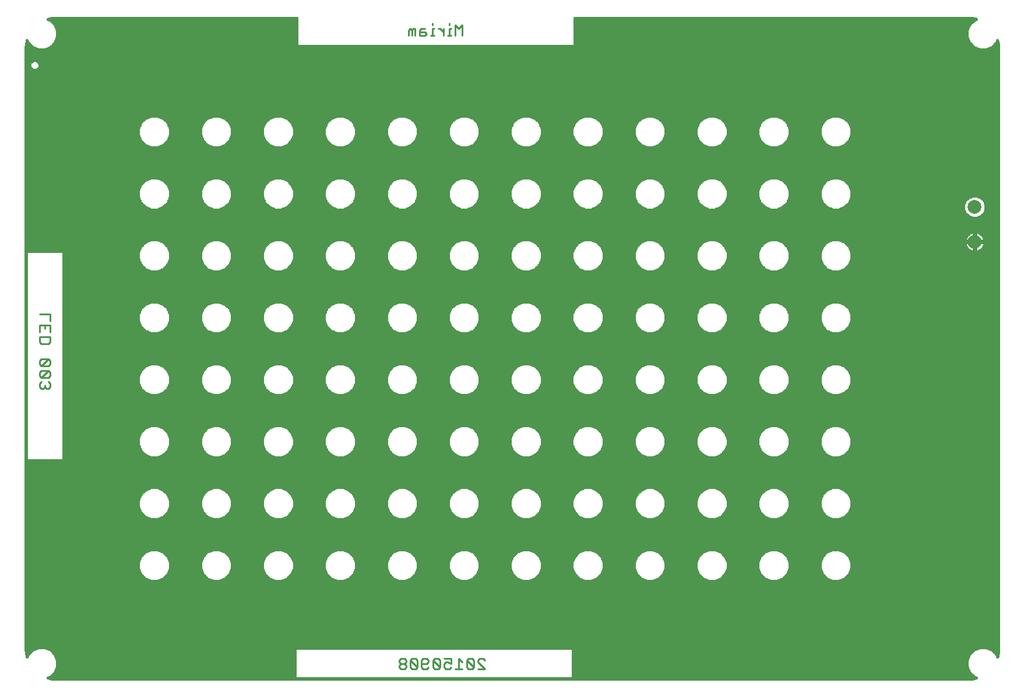
<source format=gbl>
G75*
%MOIN*%
%OFA0B0*%
%FSLAX25Y25*%
%IPPOS*%
%LPD*%
%AMOC8*
5,1,8,0,0,1.08239X$1,22.5*
%
%ADD10C,0.01100*%
%ADD11C,0.07874*%
%ADD12C,0.01600*%
%ADD13R,0.03962X0.03962*%
D10*
X0269159Y0041259D02*
X0270144Y0040275D01*
X0272112Y0040275D01*
X0273096Y0041259D01*
X0273096Y0042244D01*
X0272112Y0043228D01*
X0270144Y0043228D01*
X0269159Y0042244D01*
X0269159Y0041259D01*
X0270144Y0043228D02*
X0269159Y0044212D01*
X0269159Y0045196D01*
X0270144Y0046180D01*
X0272112Y0046180D01*
X0273096Y0045196D01*
X0273096Y0044212D01*
X0272112Y0043228D01*
X0275605Y0045196D02*
X0279542Y0041259D01*
X0278557Y0040275D01*
X0276589Y0040275D01*
X0275605Y0041259D01*
X0275605Y0045196D01*
X0276589Y0046180D01*
X0278557Y0046180D01*
X0279542Y0045196D01*
X0279542Y0041259D01*
X0282050Y0041259D02*
X0282050Y0045196D01*
X0283035Y0046180D01*
X0285003Y0046180D01*
X0285987Y0045196D01*
X0285987Y0044212D01*
X0285003Y0043228D01*
X0282050Y0043228D01*
X0282050Y0041259D02*
X0283035Y0040275D01*
X0285003Y0040275D01*
X0285987Y0041259D01*
X0288496Y0041259D02*
X0289480Y0040275D01*
X0291448Y0040275D01*
X0292433Y0041259D01*
X0288496Y0045196D01*
X0288496Y0041259D01*
X0292433Y0041259D02*
X0292433Y0045196D01*
X0291448Y0046180D01*
X0289480Y0046180D01*
X0288496Y0045196D01*
X0294941Y0046180D02*
X0298878Y0046180D01*
X0298878Y0043228D01*
X0296910Y0044212D01*
X0295926Y0044212D01*
X0294941Y0043228D01*
X0294941Y0041259D01*
X0295926Y0040275D01*
X0297894Y0040275D01*
X0298878Y0041259D01*
X0301387Y0040275D02*
X0305324Y0040275D01*
X0303355Y0040275D02*
X0303355Y0046180D01*
X0305324Y0044212D01*
X0307832Y0045196D02*
X0311769Y0041259D01*
X0310785Y0040275D01*
X0308817Y0040275D01*
X0307832Y0041259D01*
X0307832Y0045196D01*
X0308817Y0046180D01*
X0310785Y0046180D01*
X0311769Y0045196D01*
X0311769Y0041259D01*
X0314278Y0040275D02*
X0318215Y0040275D01*
X0314278Y0044212D01*
X0314278Y0045196D01*
X0315262Y0046180D01*
X0317230Y0046180D01*
X0318215Y0045196D01*
X0069514Y0201684D02*
X0069514Y0203652D01*
X0068530Y0204636D01*
X0068530Y0207145D02*
X0069514Y0208129D01*
X0069514Y0210097D01*
X0068530Y0211082D01*
X0064593Y0207145D01*
X0068530Y0207145D01*
X0068530Y0211082D02*
X0064593Y0211082D01*
X0063609Y0210097D01*
X0063609Y0208129D01*
X0064593Y0207145D01*
X0064593Y0204636D02*
X0063609Y0203652D01*
X0063609Y0201684D01*
X0064593Y0200699D01*
X0065577Y0200699D01*
X0066561Y0201684D01*
X0067545Y0200699D01*
X0068530Y0200699D01*
X0069514Y0201684D01*
X0066561Y0201684D02*
X0066561Y0202668D01*
X0064593Y0213590D02*
X0068530Y0217527D01*
X0069514Y0216543D01*
X0069514Y0214575D01*
X0068530Y0213590D01*
X0064593Y0213590D01*
X0063609Y0214575D01*
X0063609Y0216543D01*
X0064593Y0217527D01*
X0068530Y0217527D01*
X0068530Y0226481D02*
X0064593Y0226481D01*
X0063609Y0227466D01*
X0063609Y0230418D01*
X0069514Y0230418D01*
X0069514Y0227466D01*
X0068530Y0226481D01*
X0069514Y0232927D02*
X0069514Y0236864D01*
X0063609Y0236864D01*
X0063609Y0232927D01*
X0066561Y0234895D02*
X0066561Y0236864D01*
X0069514Y0239372D02*
X0069514Y0243309D01*
X0063609Y0243309D01*
X0274424Y0402661D02*
X0274424Y0405614D01*
X0275408Y0406598D01*
X0276393Y0405614D01*
X0276393Y0402661D01*
X0278361Y0402661D02*
X0278361Y0406598D01*
X0277377Y0406598D01*
X0276393Y0405614D01*
X0280870Y0405614D02*
X0280870Y0402661D01*
X0283822Y0402661D01*
X0284806Y0403645D01*
X0283822Y0404629D01*
X0280870Y0404629D01*
X0280870Y0405614D02*
X0281854Y0406598D01*
X0283822Y0406598D01*
X0288119Y0406598D02*
X0288119Y0402661D01*
X0289103Y0402661D02*
X0287135Y0402661D01*
X0288119Y0406598D02*
X0289103Y0406598D01*
X0288119Y0408566D02*
X0288119Y0409550D01*
X0291522Y0406598D02*
X0292506Y0406598D01*
X0294475Y0404629D01*
X0294475Y0402661D02*
X0294475Y0406598D01*
X0297787Y0406598D02*
X0297787Y0402661D01*
X0296803Y0402661D02*
X0298772Y0402661D01*
X0301280Y0402661D02*
X0301280Y0408566D01*
X0303249Y0406598D01*
X0305217Y0408566D01*
X0305217Y0402661D01*
X0298772Y0406598D02*
X0297787Y0406598D01*
X0297787Y0408566D02*
X0297787Y0409550D01*
D11*
X0598371Y0304709D03*
X0598371Y0284709D03*
D12*
X0055745Y0049599D02*
X0056277Y0047269D01*
X0056897Y0048765D01*
X0059457Y0051325D01*
X0062801Y0052710D01*
X0066421Y0052710D01*
X0069765Y0051325D01*
X0072325Y0048765D01*
X0073710Y0045421D01*
X0073710Y0041801D01*
X0072325Y0038457D01*
X0069765Y0035897D01*
X0068269Y0035277D01*
X0070599Y0034745D01*
X0072485Y0034639D01*
X0595162Y0034639D01*
X0597048Y0034745D01*
X0599379Y0035277D01*
X0597882Y0035897D01*
X0595322Y0038457D01*
X0593937Y0041801D01*
X0593937Y0045421D01*
X0595322Y0048765D01*
X0597882Y0051325D01*
X0601226Y0052710D01*
X0604846Y0052710D01*
X0608191Y0051325D01*
X0610750Y0048765D01*
X0611370Y0047269D01*
X0611902Y0049599D01*
X0612008Y0051485D01*
X0612008Y0395894D01*
X0611902Y0397781D01*
X0611370Y0400111D01*
X0610750Y0398614D01*
X0608191Y0396055D01*
X0604846Y0394669D01*
X0601226Y0394669D01*
X0597882Y0396055D01*
X0595322Y0398614D01*
X0593937Y0401959D01*
X0593937Y0405578D01*
X0595322Y0408923D01*
X0597882Y0411482D01*
X0599379Y0412102D01*
X0597048Y0412634D01*
X0595162Y0412740D01*
X0369545Y0412740D01*
X0369545Y0397256D01*
X0369076Y0396787D01*
X0210933Y0396787D01*
X0210465Y0397256D01*
X0210465Y0412740D01*
X0072485Y0412740D01*
X0070599Y0412634D01*
X0068269Y0412102D01*
X0069765Y0411482D01*
X0072325Y0408923D01*
X0073710Y0405578D01*
X0073710Y0401959D01*
X0072325Y0398614D01*
X0069765Y0396055D01*
X0066421Y0394669D01*
X0062801Y0394669D01*
X0059457Y0396055D01*
X0056897Y0398614D01*
X0056277Y0400111D01*
X0055745Y0397781D01*
X0055639Y0395894D01*
X0055639Y0051485D01*
X0055745Y0049599D01*
X0055794Y0049384D02*
X0057515Y0049384D01*
X0056491Y0047785D02*
X0056159Y0047785D01*
X0055668Y0050982D02*
X0059114Y0050982D01*
X0062488Y0052581D02*
X0055639Y0052581D01*
X0055639Y0054179D02*
X0612008Y0054179D01*
X0612008Y0052581D02*
X0605159Y0052581D01*
X0608533Y0050982D02*
X0611980Y0050982D01*
X0611853Y0049384D02*
X0610132Y0049384D01*
X0611156Y0047785D02*
X0611488Y0047785D01*
X0600913Y0052581D02*
X0066734Y0052581D01*
X0070108Y0050982D02*
X0209480Y0050982D01*
X0209480Y0051816D02*
X0209949Y0052285D01*
X0368092Y0052285D01*
X0368561Y0051816D01*
X0368561Y0035406D01*
X0368092Y0034937D01*
X0209949Y0034937D01*
X0209480Y0035406D01*
X0209480Y0051816D01*
X0209480Y0049384D02*
X0071707Y0049384D01*
X0072731Y0047785D02*
X0209480Y0047785D01*
X0209480Y0046187D02*
X0073393Y0046187D01*
X0073710Y0044588D02*
X0209480Y0044588D01*
X0209480Y0042990D02*
X0073710Y0042990D01*
X0073540Y0041391D02*
X0209480Y0041391D01*
X0209480Y0039793D02*
X0072878Y0039793D01*
X0072062Y0038194D02*
X0209480Y0038194D01*
X0209480Y0036596D02*
X0070464Y0036596D01*
X0069496Y0034997D02*
X0209889Y0034997D01*
X0201775Y0090575D02*
X0198155Y0090575D01*
X0194811Y0091960D01*
X0192251Y0094520D01*
X0190866Y0097864D01*
X0190866Y0101484D01*
X0192251Y0104828D01*
X0194811Y0107388D01*
X0198155Y0108773D01*
X0201775Y0108773D01*
X0205120Y0107388D01*
X0207679Y0104828D01*
X0209065Y0101484D01*
X0209065Y0097864D01*
X0207679Y0094520D01*
X0205120Y0091960D01*
X0201775Y0090575D01*
X0202669Y0090945D02*
X0232695Y0090945D01*
X0233588Y0090575D02*
X0230244Y0091960D01*
X0227684Y0094520D01*
X0226299Y0097864D01*
X0226299Y0101484D01*
X0227684Y0104828D01*
X0230244Y0107388D01*
X0233588Y0108773D01*
X0237208Y0108773D01*
X0240553Y0107388D01*
X0243112Y0104828D01*
X0244498Y0101484D01*
X0244498Y0097864D01*
X0243112Y0094520D01*
X0240553Y0091960D01*
X0237208Y0090575D01*
X0233588Y0090575D01*
X0229661Y0092543D02*
X0205703Y0092543D01*
X0207302Y0094142D02*
X0228062Y0094142D01*
X0227179Y0095740D02*
X0208185Y0095740D01*
X0208847Y0097339D02*
X0226517Y0097339D01*
X0226299Y0098937D02*
X0209065Y0098937D01*
X0209065Y0100536D02*
X0226299Y0100536D01*
X0226569Y0102134D02*
X0208795Y0102134D01*
X0208133Y0103733D02*
X0227231Y0103733D01*
X0228188Y0105332D02*
X0207176Y0105332D01*
X0205578Y0106930D02*
X0229786Y0106930D01*
X0232998Y0108529D02*
X0202366Y0108529D01*
X0197565Y0108529D02*
X0166933Y0108529D01*
X0166342Y0108773D02*
X0162722Y0108773D01*
X0159378Y0107388D01*
X0156818Y0104828D01*
X0155433Y0101484D01*
X0155433Y0097864D01*
X0156818Y0094520D01*
X0159378Y0091960D01*
X0162722Y0090575D01*
X0166342Y0090575D01*
X0169687Y0091960D01*
X0172246Y0094520D01*
X0173631Y0097864D01*
X0173631Y0101484D01*
X0172246Y0104828D01*
X0169687Y0107388D01*
X0166342Y0108773D01*
X0162132Y0108529D02*
X0131500Y0108529D01*
X0130909Y0108773D02*
X0127289Y0108773D01*
X0123945Y0107388D01*
X0121385Y0104828D01*
X0120000Y0101484D01*
X0120000Y0097864D01*
X0121385Y0094520D01*
X0123945Y0091960D01*
X0127289Y0090575D01*
X0130909Y0090575D01*
X0134253Y0091960D01*
X0136813Y0094520D01*
X0138198Y0097864D01*
X0138198Y0101484D01*
X0136813Y0104828D01*
X0134253Y0107388D01*
X0130909Y0108773D01*
X0126699Y0108529D02*
X0055639Y0108529D01*
X0055639Y0110127D02*
X0612008Y0110127D01*
X0612008Y0108529D02*
X0521264Y0108529D01*
X0520673Y0108773D02*
X0517053Y0108773D01*
X0513709Y0107388D01*
X0511149Y0104828D01*
X0509764Y0101484D01*
X0509764Y0097864D01*
X0511149Y0094520D01*
X0513709Y0091960D01*
X0517053Y0090575D01*
X0520673Y0090575D01*
X0524017Y0091960D01*
X0526577Y0094520D01*
X0527962Y0097864D01*
X0527962Y0101484D01*
X0526577Y0104828D01*
X0524017Y0107388D01*
X0520673Y0108773D01*
X0516462Y0108529D02*
X0485831Y0108529D01*
X0485240Y0108773D02*
X0488584Y0107388D01*
X0491144Y0104828D01*
X0492529Y0101484D01*
X0492529Y0097864D01*
X0491144Y0094520D01*
X0488584Y0091960D01*
X0485240Y0090575D01*
X0481620Y0090575D01*
X0478276Y0091960D01*
X0475716Y0094520D01*
X0474331Y0097864D01*
X0474331Y0101484D01*
X0475716Y0104828D01*
X0478276Y0107388D01*
X0481620Y0108773D01*
X0485240Y0108773D01*
X0481029Y0108529D02*
X0450397Y0108529D01*
X0449807Y0108773D02*
X0446187Y0108773D01*
X0442843Y0107388D01*
X0440283Y0104828D01*
X0438898Y0101484D01*
X0438898Y0097864D01*
X0440283Y0094520D01*
X0442843Y0091960D01*
X0446187Y0090575D01*
X0449807Y0090575D01*
X0453151Y0091960D01*
X0455711Y0094520D01*
X0457096Y0097864D01*
X0457096Y0101484D01*
X0455711Y0104828D01*
X0453151Y0107388D01*
X0449807Y0108773D01*
X0445596Y0108529D02*
X0414964Y0108529D01*
X0414374Y0108773D02*
X0410754Y0108773D01*
X0407409Y0107388D01*
X0404850Y0104828D01*
X0403465Y0101484D01*
X0403465Y0097864D01*
X0404850Y0094520D01*
X0407409Y0091960D01*
X0410754Y0090575D01*
X0414374Y0090575D01*
X0417718Y0091960D01*
X0420278Y0094520D01*
X0421663Y0097864D01*
X0421663Y0101484D01*
X0420278Y0104828D01*
X0417718Y0107388D01*
X0414374Y0108773D01*
X0410163Y0108529D02*
X0379531Y0108529D01*
X0378941Y0108773D02*
X0382285Y0107388D01*
X0384845Y0104828D01*
X0386230Y0101484D01*
X0386230Y0097864D01*
X0384845Y0094520D01*
X0382285Y0091960D01*
X0378941Y0090575D01*
X0375321Y0090575D01*
X0371976Y0091960D01*
X0369417Y0094520D01*
X0368031Y0097864D01*
X0368031Y0101484D01*
X0369417Y0104828D01*
X0371976Y0107388D01*
X0375321Y0108773D01*
X0378941Y0108773D01*
X0374730Y0108529D02*
X0344098Y0108529D01*
X0343508Y0108773D02*
X0339888Y0108773D01*
X0336543Y0107388D01*
X0333984Y0104828D01*
X0332598Y0101484D01*
X0332598Y0097864D01*
X0333984Y0094520D01*
X0336543Y0091960D01*
X0339888Y0090575D01*
X0343508Y0090575D01*
X0346852Y0091960D01*
X0349412Y0094520D01*
X0350797Y0097864D01*
X0350797Y0101484D01*
X0349412Y0104828D01*
X0346852Y0107388D01*
X0343508Y0108773D01*
X0339297Y0108529D02*
X0308665Y0108529D01*
X0308075Y0108773D02*
X0304455Y0108773D01*
X0301110Y0107388D01*
X0298551Y0104828D01*
X0297165Y0101484D01*
X0297165Y0097864D01*
X0298551Y0094520D01*
X0301110Y0091960D01*
X0304455Y0090575D01*
X0308075Y0090575D01*
X0311419Y0091960D01*
X0313978Y0094520D01*
X0315364Y0097864D01*
X0315364Y0101484D01*
X0313978Y0104828D01*
X0311419Y0107388D01*
X0308075Y0108773D01*
X0303864Y0108529D02*
X0273232Y0108529D01*
X0272641Y0108773D02*
X0269022Y0108773D01*
X0265677Y0107388D01*
X0263118Y0104828D01*
X0261732Y0101484D01*
X0261732Y0097864D01*
X0263118Y0094520D01*
X0265677Y0091960D01*
X0269022Y0090575D01*
X0272641Y0090575D01*
X0275986Y0091960D01*
X0278545Y0094520D01*
X0279931Y0097864D01*
X0279931Y0101484D01*
X0278545Y0104828D01*
X0275986Y0107388D01*
X0272641Y0108773D01*
X0268431Y0108529D02*
X0237799Y0108529D01*
X0241011Y0106930D02*
X0265219Y0106930D01*
X0263621Y0105332D02*
X0242609Y0105332D01*
X0243566Y0103733D02*
X0262664Y0103733D01*
X0262002Y0102134D02*
X0244228Y0102134D01*
X0244498Y0100536D02*
X0261732Y0100536D01*
X0261732Y0098937D02*
X0244498Y0098937D01*
X0244280Y0097339D02*
X0261950Y0097339D01*
X0262612Y0095740D02*
X0243618Y0095740D01*
X0242735Y0094142D02*
X0263495Y0094142D01*
X0265094Y0092543D02*
X0241136Y0092543D01*
X0238102Y0090945D02*
X0268128Y0090945D01*
X0273535Y0090945D02*
X0303561Y0090945D01*
X0300527Y0092543D02*
X0276569Y0092543D01*
X0278168Y0094142D02*
X0298928Y0094142D01*
X0298045Y0095740D02*
X0279051Y0095740D01*
X0279713Y0097339D02*
X0297383Y0097339D01*
X0297165Y0098937D02*
X0279931Y0098937D01*
X0279931Y0100536D02*
X0297165Y0100536D01*
X0297435Y0102134D02*
X0279661Y0102134D01*
X0278999Y0103733D02*
X0298097Y0103733D01*
X0299054Y0105332D02*
X0278042Y0105332D01*
X0276444Y0106930D02*
X0300652Y0106930D01*
X0311877Y0106930D02*
X0336085Y0106930D01*
X0334487Y0105332D02*
X0313475Y0105332D01*
X0314432Y0103733D02*
X0333530Y0103733D01*
X0332868Y0102134D02*
X0315094Y0102134D01*
X0315364Y0100536D02*
X0332598Y0100536D01*
X0332598Y0098937D02*
X0315364Y0098937D01*
X0315146Y0097339D02*
X0332816Y0097339D01*
X0333478Y0095740D02*
X0314484Y0095740D01*
X0313601Y0094142D02*
X0334361Y0094142D01*
X0335960Y0092543D02*
X0312002Y0092543D01*
X0308968Y0090945D02*
X0338994Y0090945D01*
X0344401Y0090945D02*
X0374427Y0090945D01*
X0371393Y0092543D02*
X0347435Y0092543D01*
X0349034Y0094142D02*
X0369795Y0094142D01*
X0368911Y0095740D02*
X0349917Y0095740D01*
X0350579Y0097339D02*
X0368249Y0097339D01*
X0368031Y0098937D02*
X0350797Y0098937D01*
X0350797Y0100536D02*
X0368031Y0100536D01*
X0368301Y0102134D02*
X0350527Y0102134D01*
X0349865Y0103733D02*
X0368963Y0103733D01*
X0369920Y0105332D02*
X0348908Y0105332D01*
X0347310Y0106930D02*
X0371519Y0106930D01*
X0382743Y0106930D02*
X0406952Y0106930D01*
X0405353Y0105332D02*
X0384341Y0105332D01*
X0385298Y0103733D02*
X0404396Y0103733D01*
X0403734Y0102134D02*
X0385960Y0102134D01*
X0386230Y0100536D02*
X0403465Y0100536D01*
X0403465Y0098937D02*
X0386230Y0098937D01*
X0386012Y0097339D02*
X0403682Y0097339D01*
X0404344Y0095740D02*
X0385350Y0095740D01*
X0384467Y0094142D02*
X0405228Y0094142D01*
X0406826Y0092543D02*
X0382868Y0092543D01*
X0379834Y0090945D02*
X0409860Y0090945D01*
X0415267Y0090945D02*
X0445293Y0090945D01*
X0442259Y0092543D02*
X0418301Y0092543D01*
X0419900Y0094142D02*
X0440661Y0094142D01*
X0439777Y0095740D02*
X0420783Y0095740D01*
X0421445Y0097339D02*
X0439115Y0097339D01*
X0438898Y0098937D02*
X0421663Y0098937D01*
X0421663Y0100536D02*
X0438898Y0100536D01*
X0439167Y0102134D02*
X0421394Y0102134D01*
X0420731Y0103733D02*
X0439829Y0103733D01*
X0440786Y0105332D02*
X0419774Y0105332D01*
X0418176Y0106930D02*
X0442385Y0106930D01*
X0453609Y0106930D02*
X0477818Y0106930D01*
X0476219Y0105332D02*
X0455208Y0105332D01*
X0456164Y0103733D02*
X0475262Y0103733D01*
X0474600Y0102134D02*
X0456827Y0102134D01*
X0457096Y0100536D02*
X0474331Y0100536D01*
X0474331Y0098937D02*
X0457096Y0098937D01*
X0456879Y0097339D02*
X0474548Y0097339D01*
X0475210Y0095740D02*
X0456216Y0095740D01*
X0455333Y0094142D02*
X0476094Y0094142D01*
X0477692Y0092543D02*
X0453734Y0092543D01*
X0450700Y0090945D02*
X0480726Y0090945D01*
X0486133Y0090945D02*
X0516159Y0090945D01*
X0513125Y0092543D02*
X0489168Y0092543D01*
X0490766Y0094142D02*
X0511527Y0094142D01*
X0510643Y0095740D02*
X0491649Y0095740D01*
X0492312Y0097339D02*
X0509981Y0097339D01*
X0509764Y0098937D02*
X0492529Y0098937D01*
X0492529Y0100536D02*
X0509764Y0100536D01*
X0510033Y0102134D02*
X0492260Y0102134D01*
X0491598Y0103733D02*
X0510695Y0103733D01*
X0511652Y0105332D02*
X0490641Y0105332D01*
X0489042Y0106930D02*
X0513251Y0106930D01*
X0524475Y0106930D02*
X0612008Y0106930D01*
X0612008Y0105332D02*
X0526074Y0105332D01*
X0527031Y0103733D02*
X0612008Y0103733D01*
X0612008Y0102134D02*
X0527693Y0102134D01*
X0527962Y0100536D02*
X0612008Y0100536D01*
X0612008Y0098937D02*
X0527962Y0098937D01*
X0527745Y0097339D02*
X0612008Y0097339D01*
X0612008Y0095740D02*
X0527083Y0095740D01*
X0526199Y0094142D02*
X0612008Y0094142D01*
X0612008Y0092543D02*
X0524601Y0092543D01*
X0521566Y0090945D02*
X0612008Y0090945D01*
X0612008Y0089346D02*
X0055639Y0089346D01*
X0055639Y0087748D02*
X0612008Y0087748D01*
X0612008Y0086149D02*
X0055639Y0086149D01*
X0055639Y0084551D02*
X0612008Y0084551D01*
X0612008Y0082952D02*
X0055639Y0082952D01*
X0055639Y0081354D02*
X0612008Y0081354D01*
X0612008Y0079755D02*
X0055639Y0079755D01*
X0055639Y0078157D02*
X0612008Y0078157D01*
X0612008Y0076558D02*
X0055639Y0076558D01*
X0055639Y0074960D02*
X0612008Y0074960D01*
X0612008Y0073361D02*
X0055639Y0073361D01*
X0055639Y0071763D02*
X0612008Y0071763D01*
X0612008Y0070164D02*
X0055639Y0070164D01*
X0055639Y0068566D02*
X0612008Y0068566D01*
X0612008Y0066967D02*
X0055639Y0066967D01*
X0055639Y0065369D02*
X0612008Y0065369D01*
X0612008Y0063770D02*
X0055639Y0063770D01*
X0055639Y0062172D02*
X0612008Y0062172D01*
X0612008Y0060573D02*
X0055639Y0060573D01*
X0055639Y0058975D02*
X0612008Y0058975D01*
X0612008Y0057376D02*
X0055639Y0057376D01*
X0055639Y0055778D02*
X0612008Y0055778D01*
X0597539Y0050982D02*
X0368561Y0050982D01*
X0368561Y0049384D02*
X0595941Y0049384D01*
X0594916Y0047785D02*
X0368561Y0047785D01*
X0368561Y0046187D02*
X0594254Y0046187D01*
X0593937Y0044588D02*
X0368561Y0044588D01*
X0368561Y0042990D02*
X0593937Y0042990D01*
X0594107Y0041391D02*
X0368561Y0041391D01*
X0368561Y0039793D02*
X0594769Y0039793D01*
X0595585Y0038194D02*
X0368561Y0038194D01*
X0368561Y0036596D02*
X0597183Y0036596D01*
X0598151Y0034997D02*
X0368152Y0034997D01*
X0375321Y0126008D02*
X0371976Y0127393D01*
X0369417Y0129953D01*
X0368031Y0133297D01*
X0368031Y0136917D01*
X0369417Y0140261D01*
X0371976Y0142821D01*
X0375321Y0144206D01*
X0378941Y0144206D01*
X0382285Y0142821D01*
X0384845Y0140261D01*
X0386230Y0136917D01*
X0386230Y0133297D01*
X0384845Y0129953D01*
X0382285Y0127393D01*
X0378941Y0126008D01*
X0375321Y0126008D01*
X0375069Y0126112D02*
X0343759Y0126112D01*
X0343508Y0126008D02*
X0346852Y0127393D01*
X0349412Y0129953D01*
X0350797Y0133297D01*
X0350797Y0136917D01*
X0349412Y0140261D01*
X0346852Y0142821D01*
X0343508Y0144206D01*
X0339888Y0144206D01*
X0336543Y0142821D01*
X0333984Y0140261D01*
X0332598Y0136917D01*
X0332598Y0133297D01*
X0333984Y0129953D01*
X0336543Y0127393D01*
X0339888Y0126008D01*
X0343508Y0126008D01*
X0339636Y0126112D02*
X0308326Y0126112D01*
X0308075Y0126008D02*
X0311419Y0127393D01*
X0313978Y0129953D01*
X0315364Y0133297D01*
X0315364Y0136917D01*
X0313978Y0140261D01*
X0311419Y0142821D01*
X0308075Y0144206D01*
X0304455Y0144206D01*
X0301110Y0142821D01*
X0298551Y0140261D01*
X0297165Y0136917D01*
X0297165Y0133297D01*
X0298551Y0129953D01*
X0301110Y0127393D01*
X0304455Y0126008D01*
X0308075Y0126008D01*
X0304203Y0126112D02*
X0272893Y0126112D01*
X0272641Y0126008D02*
X0275986Y0127393D01*
X0278545Y0129953D01*
X0279931Y0133297D01*
X0279931Y0136917D01*
X0278545Y0140261D01*
X0275986Y0142821D01*
X0272641Y0144206D01*
X0269022Y0144206D01*
X0265677Y0142821D01*
X0263118Y0140261D01*
X0261732Y0136917D01*
X0261732Y0133297D01*
X0263118Y0129953D01*
X0265677Y0127393D01*
X0269022Y0126008D01*
X0272641Y0126008D01*
X0268770Y0126112D02*
X0237460Y0126112D01*
X0237208Y0126008D02*
X0240553Y0127393D01*
X0243112Y0129953D01*
X0244498Y0133297D01*
X0244498Y0136917D01*
X0243112Y0140261D01*
X0240553Y0142821D01*
X0237208Y0144206D01*
X0233588Y0144206D01*
X0230244Y0142821D01*
X0227684Y0140261D01*
X0226299Y0136917D01*
X0226299Y0133297D01*
X0227684Y0129953D01*
X0230244Y0127393D01*
X0233588Y0126008D01*
X0237208Y0126008D01*
X0233337Y0126112D02*
X0202027Y0126112D01*
X0201775Y0126008D02*
X0205120Y0127393D01*
X0207679Y0129953D01*
X0209065Y0133297D01*
X0209065Y0136917D01*
X0207679Y0140261D01*
X0205120Y0142821D01*
X0201775Y0144206D01*
X0198155Y0144206D01*
X0194811Y0142821D01*
X0192251Y0140261D01*
X0190866Y0136917D01*
X0190866Y0133297D01*
X0192251Y0129953D01*
X0194811Y0127393D01*
X0198155Y0126008D01*
X0201775Y0126008D01*
X0197904Y0126112D02*
X0166594Y0126112D01*
X0166342Y0126008D02*
X0169687Y0127393D01*
X0172246Y0129953D01*
X0173631Y0133297D01*
X0173631Y0136917D01*
X0172246Y0140261D01*
X0169687Y0142821D01*
X0166342Y0144206D01*
X0162722Y0144206D01*
X0159378Y0142821D01*
X0156818Y0140261D01*
X0155433Y0136917D01*
X0155433Y0133297D01*
X0156818Y0129953D01*
X0159378Y0127393D01*
X0162722Y0126008D01*
X0166342Y0126008D01*
X0162471Y0126112D02*
X0131161Y0126112D01*
X0130909Y0126008D02*
X0134253Y0127393D01*
X0136813Y0129953D01*
X0138198Y0133297D01*
X0138198Y0136917D01*
X0136813Y0140261D01*
X0134253Y0142821D01*
X0130909Y0144206D01*
X0127289Y0144206D01*
X0123945Y0142821D01*
X0121385Y0140261D01*
X0120000Y0136917D01*
X0120000Y0133297D01*
X0121385Y0129953D01*
X0123945Y0127393D01*
X0127289Y0126008D01*
X0130909Y0126008D01*
X0127037Y0126112D02*
X0055639Y0126112D01*
X0055639Y0124514D02*
X0612008Y0124514D01*
X0612008Y0126112D02*
X0520925Y0126112D01*
X0520673Y0126008D02*
X0524017Y0127393D01*
X0526577Y0129953D01*
X0527962Y0133297D01*
X0527962Y0136917D01*
X0526577Y0140261D01*
X0524017Y0142821D01*
X0520673Y0144206D01*
X0517053Y0144206D01*
X0513709Y0142821D01*
X0511149Y0140261D01*
X0509764Y0136917D01*
X0509764Y0133297D01*
X0511149Y0129953D01*
X0513709Y0127393D01*
X0517053Y0126008D01*
X0520673Y0126008D01*
X0516801Y0126112D02*
X0485492Y0126112D01*
X0485240Y0126008D02*
X0488584Y0127393D01*
X0491144Y0129953D01*
X0492529Y0133297D01*
X0492529Y0136917D01*
X0491144Y0140261D01*
X0488584Y0142821D01*
X0485240Y0144206D01*
X0481620Y0144206D01*
X0478276Y0142821D01*
X0475716Y0140261D01*
X0474331Y0136917D01*
X0474331Y0133297D01*
X0475716Y0129953D01*
X0478276Y0127393D01*
X0481620Y0126008D01*
X0485240Y0126008D01*
X0481368Y0126112D02*
X0450059Y0126112D01*
X0449807Y0126008D02*
X0453151Y0127393D01*
X0455711Y0129953D01*
X0457096Y0133297D01*
X0457096Y0136917D01*
X0455711Y0140261D01*
X0453151Y0142821D01*
X0449807Y0144206D01*
X0446187Y0144206D01*
X0442843Y0142821D01*
X0440283Y0140261D01*
X0438898Y0136917D01*
X0438898Y0133297D01*
X0440283Y0129953D01*
X0442843Y0127393D01*
X0446187Y0126008D01*
X0449807Y0126008D01*
X0445935Y0126112D02*
X0414626Y0126112D01*
X0414374Y0126008D02*
X0417718Y0127393D01*
X0420278Y0129953D01*
X0421663Y0133297D01*
X0421663Y0136917D01*
X0420278Y0140261D01*
X0417718Y0142821D01*
X0414374Y0144206D01*
X0410754Y0144206D01*
X0407409Y0142821D01*
X0404850Y0140261D01*
X0403465Y0136917D01*
X0403465Y0133297D01*
X0404850Y0129953D01*
X0407409Y0127393D01*
X0410754Y0126008D01*
X0414374Y0126008D01*
X0410502Y0126112D02*
X0379192Y0126112D01*
X0382603Y0127711D02*
X0407092Y0127711D01*
X0405493Y0129309D02*
X0384201Y0129309D01*
X0385240Y0130908D02*
X0404454Y0130908D01*
X0403792Y0132506D02*
X0385902Y0132506D01*
X0386230Y0134105D02*
X0403465Y0134105D01*
X0403465Y0135703D02*
X0386230Y0135703D01*
X0386071Y0137302D02*
X0403624Y0137302D01*
X0404286Y0138900D02*
X0385408Y0138900D01*
X0384607Y0140499D02*
X0405087Y0140499D01*
X0406686Y0142097D02*
X0383009Y0142097D01*
X0380173Y0143696D02*
X0409521Y0143696D01*
X0415606Y0143696D02*
X0444954Y0143696D01*
X0442119Y0142097D02*
X0418442Y0142097D01*
X0420040Y0140499D02*
X0440520Y0140499D01*
X0439719Y0138900D02*
X0420841Y0138900D01*
X0421504Y0137302D02*
X0439057Y0137302D01*
X0438898Y0135703D02*
X0421663Y0135703D01*
X0421663Y0134105D02*
X0438898Y0134105D01*
X0439225Y0132506D02*
X0421335Y0132506D01*
X0420673Y0130908D02*
X0439887Y0130908D01*
X0440927Y0129309D02*
X0419634Y0129309D01*
X0418036Y0127711D02*
X0442525Y0127711D01*
X0453469Y0127711D02*
X0477958Y0127711D01*
X0476360Y0129309D02*
X0455067Y0129309D01*
X0456106Y0130908D02*
X0475320Y0130908D01*
X0474658Y0132506D02*
X0456768Y0132506D01*
X0457096Y0134105D02*
X0474331Y0134105D01*
X0474331Y0135703D02*
X0457096Y0135703D01*
X0456937Y0137302D02*
X0474490Y0137302D01*
X0475152Y0138900D02*
X0456275Y0138900D01*
X0455473Y0140499D02*
X0475953Y0140499D01*
X0477552Y0142097D02*
X0453875Y0142097D01*
X0451039Y0143696D02*
X0480388Y0143696D01*
X0486472Y0143696D02*
X0515821Y0143696D01*
X0512985Y0142097D02*
X0489308Y0142097D01*
X0490906Y0140499D02*
X0511386Y0140499D01*
X0510585Y0138900D02*
X0491708Y0138900D01*
X0492370Y0137302D02*
X0509923Y0137302D01*
X0509764Y0135703D02*
X0492529Y0135703D01*
X0492529Y0134105D02*
X0509764Y0134105D01*
X0510091Y0132506D02*
X0492202Y0132506D01*
X0491539Y0130908D02*
X0510754Y0130908D01*
X0511793Y0129309D02*
X0490500Y0129309D01*
X0488902Y0127711D02*
X0513391Y0127711D01*
X0524335Y0127711D02*
X0612008Y0127711D01*
X0612008Y0129309D02*
X0525933Y0129309D01*
X0526972Y0130908D02*
X0612008Y0130908D01*
X0612008Y0132506D02*
X0527635Y0132506D01*
X0527962Y0134105D02*
X0612008Y0134105D01*
X0612008Y0135703D02*
X0527962Y0135703D01*
X0527803Y0137302D02*
X0612008Y0137302D01*
X0612008Y0138900D02*
X0527141Y0138900D01*
X0526340Y0140499D02*
X0612008Y0140499D01*
X0612008Y0142097D02*
X0524741Y0142097D01*
X0521905Y0143696D02*
X0612008Y0143696D01*
X0612008Y0145294D02*
X0055639Y0145294D01*
X0055639Y0143696D02*
X0126057Y0143696D01*
X0123221Y0142097D02*
X0055639Y0142097D01*
X0055639Y0140499D02*
X0121623Y0140499D01*
X0120821Y0138900D02*
X0055639Y0138900D01*
X0055639Y0137302D02*
X0120159Y0137302D01*
X0120000Y0135703D02*
X0055639Y0135703D01*
X0055639Y0134105D02*
X0120000Y0134105D01*
X0120328Y0132506D02*
X0055639Y0132506D01*
X0055639Y0130908D02*
X0120990Y0130908D01*
X0122029Y0129309D02*
X0055639Y0129309D01*
X0055639Y0127711D02*
X0123627Y0127711D01*
X0134571Y0127711D02*
X0159060Y0127711D01*
X0157462Y0129309D02*
X0136170Y0129309D01*
X0137209Y0130908D02*
X0156423Y0130908D01*
X0155761Y0132506D02*
X0137871Y0132506D01*
X0138198Y0134105D02*
X0155433Y0134105D01*
X0155433Y0135703D02*
X0138198Y0135703D01*
X0138039Y0137302D02*
X0155592Y0137302D01*
X0156255Y0138900D02*
X0137377Y0138900D01*
X0136576Y0140499D02*
X0157056Y0140499D01*
X0158654Y0142097D02*
X0134977Y0142097D01*
X0132142Y0143696D02*
X0161490Y0143696D01*
X0167575Y0143696D02*
X0196923Y0143696D01*
X0194087Y0142097D02*
X0170410Y0142097D01*
X0172009Y0140499D02*
X0192489Y0140499D01*
X0191688Y0138900D02*
X0172810Y0138900D01*
X0173472Y0137302D02*
X0191026Y0137302D01*
X0190866Y0135703D02*
X0173631Y0135703D01*
X0173631Y0134105D02*
X0190866Y0134105D01*
X0191194Y0132506D02*
X0173304Y0132506D01*
X0172642Y0130908D02*
X0191856Y0130908D01*
X0192895Y0129309D02*
X0171603Y0129309D01*
X0170004Y0127711D02*
X0194494Y0127711D01*
X0205437Y0127711D02*
X0229927Y0127711D01*
X0228328Y0129309D02*
X0207036Y0129309D01*
X0208075Y0130908D02*
X0227289Y0130908D01*
X0226627Y0132506D02*
X0208737Y0132506D01*
X0209065Y0134105D02*
X0226299Y0134105D01*
X0226299Y0135703D02*
X0209065Y0135703D01*
X0208905Y0137302D02*
X0226459Y0137302D01*
X0227121Y0138900D02*
X0208243Y0138900D01*
X0207442Y0140499D02*
X0227922Y0140499D01*
X0229520Y0142097D02*
X0205843Y0142097D01*
X0203008Y0143696D02*
X0232356Y0143696D01*
X0238441Y0143696D02*
X0267789Y0143696D01*
X0264953Y0142097D02*
X0241276Y0142097D01*
X0242875Y0140499D02*
X0263355Y0140499D01*
X0262554Y0138900D02*
X0243676Y0138900D01*
X0244338Y0137302D02*
X0261892Y0137302D01*
X0261732Y0135703D02*
X0244498Y0135703D01*
X0244498Y0134105D02*
X0261732Y0134105D01*
X0262060Y0132506D02*
X0244170Y0132506D01*
X0243508Y0130908D02*
X0262722Y0130908D01*
X0263761Y0129309D02*
X0242469Y0129309D01*
X0240870Y0127711D02*
X0265360Y0127711D01*
X0276303Y0127711D02*
X0300793Y0127711D01*
X0299194Y0129309D02*
X0277902Y0129309D01*
X0278941Y0130908D02*
X0298155Y0130908D01*
X0297493Y0132506D02*
X0279603Y0132506D01*
X0279931Y0134105D02*
X0297165Y0134105D01*
X0297165Y0135703D02*
X0279931Y0135703D01*
X0279771Y0137302D02*
X0297325Y0137302D01*
X0297987Y0138900D02*
X0279109Y0138900D01*
X0278308Y0140499D02*
X0298788Y0140499D01*
X0300387Y0142097D02*
X0276710Y0142097D01*
X0273874Y0143696D02*
X0303222Y0143696D01*
X0309307Y0143696D02*
X0338655Y0143696D01*
X0335820Y0142097D02*
X0312143Y0142097D01*
X0313741Y0140499D02*
X0334221Y0140499D01*
X0333420Y0138900D02*
X0314542Y0138900D01*
X0315204Y0137302D02*
X0332758Y0137302D01*
X0332598Y0135703D02*
X0315364Y0135703D01*
X0315364Y0134105D02*
X0332598Y0134105D01*
X0332926Y0132506D02*
X0315036Y0132506D01*
X0314374Y0130908D02*
X0333588Y0130908D01*
X0334627Y0129309D02*
X0313335Y0129309D01*
X0311736Y0127711D02*
X0336226Y0127711D01*
X0347169Y0127711D02*
X0371659Y0127711D01*
X0370060Y0129309D02*
X0348768Y0129309D01*
X0349807Y0130908D02*
X0369021Y0130908D01*
X0368359Y0132506D02*
X0350469Y0132506D01*
X0350797Y0134105D02*
X0368031Y0134105D01*
X0368031Y0135703D02*
X0350797Y0135703D01*
X0350637Y0137302D02*
X0368191Y0137302D01*
X0368853Y0138900D02*
X0349975Y0138900D01*
X0349174Y0140499D02*
X0369654Y0140499D01*
X0371253Y0142097D02*
X0347576Y0142097D01*
X0344740Y0143696D02*
X0374088Y0143696D01*
X0375321Y0161441D02*
X0371976Y0162826D01*
X0369417Y0165386D01*
X0368031Y0168730D01*
X0368031Y0172350D01*
X0369417Y0175694D01*
X0371976Y0178254D01*
X0375321Y0179639D01*
X0378941Y0179639D01*
X0382285Y0178254D01*
X0384845Y0175694D01*
X0386230Y0172350D01*
X0386230Y0168730D01*
X0384845Y0165386D01*
X0382285Y0162826D01*
X0378941Y0161441D01*
X0375321Y0161441D01*
X0371925Y0162878D02*
X0346904Y0162878D01*
X0346852Y0162826D02*
X0349412Y0165386D01*
X0350797Y0168730D01*
X0350797Y0172350D01*
X0349412Y0175694D01*
X0346852Y0178254D01*
X0343508Y0179639D01*
X0339888Y0179639D01*
X0336543Y0178254D01*
X0333984Y0175694D01*
X0332598Y0172350D01*
X0332598Y0168730D01*
X0333984Y0165386D01*
X0336543Y0162826D01*
X0339888Y0161441D01*
X0343508Y0161441D01*
X0346852Y0162826D01*
X0348502Y0164476D02*
X0370326Y0164476D01*
X0369131Y0166075D02*
X0349697Y0166075D01*
X0350359Y0167673D02*
X0368469Y0167673D01*
X0368031Y0169272D02*
X0350797Y0169272D01*
X0350797Y0170870D02*
X0368031Y0170870D01*
X0368081Y0172469D02*
X0350748Y0172469D01*
X0350085Y0174068D02*
X0368743Y0174068D01*
X0369405Y0175666D02*
X0349423Y0175666D01*
X0347841Y0177265D02*
X0370987Y0177265D01*
X0373447Y0178863D02*
X0345382Y0178863D01*
X0338013Y0178863D02*
X0309949Y0178863D01*
X0311419Y0178254D02*
X0308075Y0179639D01*
X0304455Y0179639D01*
X0301110Y0178254D01*
X0298551Y0175694D01*
X0297165Y0172350D01*
X0297165Y0168730D01*
X0298551Y0165386D01*
X0301110Y0162826D01*
X0304455Y0161441D01*
X0308075Y0161441D01*
X0311419Y0162826D01*
X0313978Y0165386D01*
X0315364Y0168730D01*
X0315364Y0172350D01*
X0313978Y0175694D01*
X0311419Y0178254D01*
X0312408Y0177265D02*
X0335554Y0177265D01*
X0333972Y0175666D02*
X0313990Y0175666D01*
X0314652Y0174068D02*
X0333310Y0174068D01*
X0332648Y0172469D02*
X0315315Y0172469D01*
X0315364Y0170870D02*
X0332598Y0170870D01*
X0332598Y0169272D02*
X0315364Y0169272D01*
X0314926Y0167673D02*
X0333036Y0167673D01*
X0333698Y0166075D02*
X0314264Y0166075D01*
X0313069Y0164476D02*
X0334893Y0164476D01*
X0336492Y0162878D02*
X0311471Y0162878D01*
X0301059Y0162878D02*
X0276037Y0162878D01*
X0275986Y0162826D02*
X0278545Y0165386D01*
X0279931Y0168730D01*
X0279931Y0172350D01*
X0278545Y0175694D01*
X0275986Y0178254D01*
X0272641Y0179639D01*
X0269022Y0179639D01*
X0265677Y0178254D01*
X0263118Y0175694D01*
X0261732Y0172350D01*
X0261732Y0168730D01*
X0263118Y0165386D01*
X0265677Y0162826D01*
X0269022Y0161441D01*
X0272641Y0161441D01*
X0275986Y0162826D01*
X0277636Y0164476D02*
X0299460Y0164476D01*
X0298265Y0166075D02*
X0278831Y0166075D01*
X0279493Y0167673D02*
X0297603Y0167673D01*
X0297165Y0169272D02*
X0279931Y0169272D01*
X0279931Y0170870D02*
X0297165Y0170870D01*
X0297215Y0172469D02*
X0279881Y0172469D01*
X0279219Y0174068D02*
X0297877Y0174068D01*
X0298539Y0175666D02*
X0278557Y0175666D01*
X0276975Y0177265D02*
X0300121Y0177265D01*
X0302580Y0178863D02*
X0274516Y0178863D01*
X0267147Y0178863D02*
X0239083Y0178863D01*
X0240553Y0178254D02*
X0237208Y0179639D01*
X0233588Y0179639D01*
X0230244Y0178254D01*
X0227684Y0175694D01*
X0226299Y0172350D01*
X0226299Y0168730D01*
X0227684Y0165386D01*
X0230244Y0162826D01*
X0233588Y0161441D01*
X0237208Y0161441D01*
X0240553Y0162826D01*
X0243112Y0165386D01*
X0244498Y0168730D01*
X0244498Y0172350D01*
X0243112Y0175694D01*
X0240553Y0178254D01*
X0241542Y0177265D02*
X0264688Y0177265D01*
X0263106Y0175666D02*
X0243124Y0175666D01*
X0243786Y0174068D02*
X0262444Y0174068D01*
X0261782Y0172469D02*
X0244448Y0172469D01*
X0244498Y0170870D02*
X0261732Y0170870D01*
X0261732Y0169272D02*
X0244498Y0169272D01*
X0244060Y0167673D02*
X0262170Y0167673D01*
X0262832Y0166075D02*
X0243398Y0166075D01*
X0242203Y0164476D02*
X0264027Y0164476D01*
X0265625Y0162878D02*
X0240604Y0162878D01*
X0230192Y0162878D02*
X0205171Y0162878D01*
X0205120Y0162826D02*
X0207679Y0165386D01*
X0209065Y0168730D01*
X0209065Y0172350D01*
X0207679Y0175694D01*
X0205120Y0178254D01*
X0201775Y0179639D01*
X0198155Y0179639D01*
X0194811Y0178254D01*
X0192251Y0175694D01*
X0190866Y0172350D01*
X0190866Y0168730D01*
X0192251Y0165386D01*
X0194811Y0162826D01*
X0198155Y0161441D01*
X0201775Y0161441D01*
X0205120Y0162826D01*
X0206770Y0164476D02*
X0228594Y0164476D01*
X0227399Y0166075D02*
X0207965Y0166075D01*
X0208627Y0167673D02*
X0226737Y0167673D01*
X0226299Y0169272D02*
X0209065Y0169272D01*
X0209065Y0170870D02*
X0226299Y0170870D01*
X0226348Y0172469D02*
X0209015Y0172469D01*
X0208353Y0174068D02*
X0227011Y0174068D01*
X0227673Y0175666D02*
X0207691Y0175666D01*
X0206109Y0177265D02*
X0229255Y0177265D01*
X0231714Y0178863D02*
X0203649Y0178863D01*
X0196281Y0178863D02*
X0168216Y0178863D01*
X0169687Y0178254D02*
X0166342Y0179639D01*
X0162722Y0179639D01*
X0159378Y0178254D01*
X0156818Y0175694D01*
X0155433Y0172350D01*
X0155433Y0168730D01*
X0156818Y0165386D01*
X0159378Y0162826D01*
X0162722Y0161441D01*
X0166342Y0161441D01*
X0169687Y0162826D01*
X0172246Y0165386D01*
X0173631Y0168730D01*
X0173631Y0172350D01*
X0172246Y0175694D01*
X0169687Y0178254D01*
X0170676Y0177265D02*
X0193822Y0177265D01*
X0192240Y0175666D02*
X0172258Y0175666D01*
X0172920Y0174068D02*
X0191578Y0174068D01*
X0190915Y0172469D02*
X0173582Y0172469D01*
X0173631Y0170870D02*
X0190866Y0170870D01*
X0190866Y0169272D02*
X0173631Y0169272D01*
X0173194Y0167673D02*
X0191304Y0167673D01*
X0191966Y0166075D02*
X0172532Y0166075D01*
X0171337Y0164476D02*
X0193161Y0164476D01*
X0194759Y0162878D02*
X0169738Y0162878D01*
X0159326Y0162878D02*
X0134305Y0162878D01*
X0134253Y0162826D02*
X0136813Y0165386D01*
X0138198Y0168730D01*
X0138198Y0172350D01*
X0136813Y0175694D01*
X0134253Y0178254D01*
X0130909Y0179639D01*
X0127289Y0179639D01*
X0123945Y0178254D01*
X0121385Y0175694D01*
X0120000Y0172350D01*
X0120000Y0168730D01*
X0121385Y0165386D01*
X0123945Y0162826D01*
X0127289Y0161441D01*
X0130909Y0161441D01*
X0134253Y0162826D01*
X0135904Y0164476D02*
X0157728Y0164476D01*
X0156533Y0166075D02*
X0137099Y0166075D01*
X0137761Y0167673D02*
X0155871Y0167673D01*
X0155433Y0169272D02*
X0138198Y0169272D01*
X0138198Y0170870D02*
X0155433Y0170870D01*
X0155482Y0172469D02*
X0138149Y0172469D01*
X0137487Y0174068D02*
X0156144Y0174068D01*
X0156807Y0175666D02*
X0136825Y0175666D01*
X0135243Y0177265D02*
X0158388Y0177265D01*
X0160848Y0178863D02*
X0132783Y0178863D01*
X0125415Y0178863D02*
X0077222Y0178863D01*
X0077222Y0177265D02*
X0122955Y0177265D01*
X0121374Y0175666D02*
X0077222Y0175666D01*
X0077222Y0174068D02*
X0120711Y0174068D01*
X0120049Y0172469D02*
X0077222Y0172469D01*
X0077222Y0170870D02*
X0120000Y0170870D01*
X0120000Y0169272D02*
X0077222Y0169272D01*
X0077222Y0167673D02*
X0120438Y0167673D01*
X0121100Y0166075D02*
X0077222Y0166075D01*
X0077222Y0164476D02*
X0122295Y0164476D01*
X0123893Y0162878D02*
X0077222Y0162878D01*
X0077222Y0161279D02*
X0612008Y0161279D01*
X0612008Y0159681D02*
X0055639Y0159681D01*
X0055937Y0160209D02*
X0056406Y0159740D01*
X0076753Y0159740D01*
X0077222Y0160209D01*
X0077222Y0278982D01*
X0076753Y0279450D01*
X0056406Y0279450D01*
X0055937Y0278982D01*
X0055937Y0160209D01*
X0055937Y0161279D02*
X0055639Y0161279D01*
X0055639Y0162878D02*
X0055937Y0162878D01*
X0055937Y0164476D02*
X0055639Y0164476D01*
X0055639Y0166075D02*
X0055937Y0166075D01*
X0055937Y0167673D02*
X0055639Y0167673D01*
X0055639Y0169272D02*
X0055937Y0169272D01*
X0055937Y0170870D02*
X0055639Y0170870D01*
X0055639Y0172469D02*
X0055937Y0172469D01*
X0055937Y0174068D02*
X0055639Y0174068D01*
X0055639Y0175666D02*
X0055937Y0175666D01*
X0055937Y0177265D02*
X0055639Y0177265D01*
X0055639Y0178863D02*
X0055937Y0178863D01*
X0055937Y0180462D02*
X0055639Y0180462D01*
X0055639Y0182060D02*
X0055937Y0182060D01*
X0055937Y0183659D02*
X0055639Y0183659D01*
X0055639Y0185257D02*
X0055937Y0185257D01*
X0055937Y0186856D02*
X0055639Y0186856D01*
X0055639Y0188454D02*
X0055937Y0188454D01*
X0055937Y0190053D02*
X0055639Y0190053D01*
X0055639Y0191651D02*
X0055937Y0191651D01*
X0055937Y0193250D02*
X0055639Y0193250D01*
X0055639Y0194848D02*
X0055937Y0194848D01*
X0055937Y0196447D02*
X0055639Y0196447D01*
X0055639Y0198045D02*
X0055937Y0198045D01*
X0055937Y0199644D02*
X0055639Y0199644D01*
X0055639Y0201242D02*
X0055937Y0201242D01*
X0055937Y0202841D02*
X0055639Y0202841D01*
X0055639Y0204439D02*
X0055937Y0204439D01*
X0055937Y0206038D02*
X0055639Y0206038D01*
X0055639Y0207636D02*
X0055937Y0207636D01*
X0055937Y0209235D02*
X0055639Y0209235D01*
X0055639Y0210833D02*
X0055937Y0210833D01*
X0055937Y0212432D02*
X0055639Y0212432D01*
X0055639Y0214030D02*
X0055937Y0214030D01*
X0055937Y0215629D02*
X0055639Y0215629D01*
X0055639Y0217227D02*
X0055937Y0217227D01*
X0055937Y0218826D02*
X0055639Y0218826D01*
X0055639Y0220424D02*
X0055937Y0220424D01*
X0055937Y0222023D02*
X0055639Y0222023D01*
X0055639Y0223621D02*
X0055937Y0223621D01*
X0055937Y0225220D02*
X0055639Y0225220D01*
X0055639Y0226818D02*
X0055937Y0226818D01*
X0055937Y0228417D02*
X0055639Y0228417D01*
X0055639Y0230015D02*
X0055937Y0230015D01*
X0055937Y0231614D02*
X0055639Y0231614D01*
X0055639Y0233212D02*
X0055937Y0233212D01*
X0055937Y0234811D02*
X0055639Y0234811D01*
X0055639Y0236409D02*
X0055937Y0236409D01*
X0055937Y0238008D02*
X0055639Y0238008D01*
X0055639Y0239606D02*
X0055937Y0239606D01*
X0055937Y0241205D02*
X0055639Y0241205D01*
X0055639Y0242803D02*
X0055937Y0242803D01*
X0055937Y0244402D02*
X0055639Y0244402D01*
X0055639Y0246001D02*
X0055937Y0246001D01*
X0055937Y0247599D02*
X0055639Y0247599D01*
X0055639Y0249198D02*
X0055937Y0249198D01*
X0055937Y0250796D02*
X0055639Y0250796D01*
X0055639Y0252395D02*
X0055937Y0252395D01*
X0055937Y0253993D02*
X0055639Y0253993D01*
X0055639Y0255592D02*
X0055937Y0255592D01*
X0055937Y0257190D02*
X0055639Y0257190D01*
X0055639Y0258789D02*
X0055937Y0258789D01*
X0055937Y0260387D02*
X0055639Y0260387D01*
X0055639Y0261986D02*
X0055937Y0261986D01*
X0055937Y0263584D02*
X0055639Y0263584D01*
X0055639Y0265183D02*
X0055937Y0265183D01*
X0055937Y0266781D02*
X0055639Y0266781D01*
X0055639Y0268380D02*
X0055937Y0268380D01*
X0055937Y0269978D02*
X0055639Y0269978D01*
X0055639Y0271577D02*
X0055937Y0271577D01*
X0055937Y0273175D02*
X0055639Y0273175D01*
X0055639Y0274774D02*
X0055937Y0274774D01*
X0055937Y0276372D02*
X0055639Y0276372D01*
X0055639Y0277971D02*
X0055937Y0277971D01*
X0055639Y0279569D02*
X0120381Y0279569D01*
X0120000Y0278649D02*
X0121385Y0281994D01*
X0123945Y0284553D01*
X0127289Y0285939D01*
X0130909Y0285939D01*
X0134253Y0284553D01*
X0136813Y0281994D01*
X0138198Y0278649D01*
X0138198Y0275029D01*
X0136813Y0271685D01*
X0134253Y0269125D01*
X0130909Y0267740D01*
X0127289Y0267740D01*
X0123945Y0269125D01*
X0121385Y0271685D01*
X0120000Y0275029D01*
X0120000Y0278649D01*
X0120000Y0277971D02*
X0077222Y0277971D01*
X0077222Y0276372D02*
X0120000Y0276372D01*
X0120106Y0274774D02*
X0077222Y0274774D01*
X0077222Y0273175D02*
X0120768Y0273175D01*
X0121494Y0271577D02*
X0077222Y0271577D01*
X0077222Y0269978D02*
X0123092Y0269978D01*
X0125745Y0268380D02*
X0077222Y0268380D01*
X0077222Y0266781D02*
X0612008Y0266781D01*
X0612008Y0265183D02*
X0077222Y0265183D01*
X0077222Y0263584D02*
X0612008Y0263584D01*
X0612008Y0261986D02*
X0077222Y0261986D01*
X0077222Y0260387D02*
X0612008Y0260387D01*
X0612008Y0258789D02*
X0077222Y0258789D01*
X0077222Y0257190D02*
X0612008Y0257190D01*
X0612008Y0255592D02*
X0077222Y0255592D01*
X0077222Y0253993D02*
X0612008Y0253993D01*
X0612008Y0252395D02*
X0077222Y0252395D01*
X0077222Y0250796D02*
X0612008Y0250796D01*
X0612008Y0249198D02*
X0523831Y0249198D01*
X0524017Y0249120D02*
X0520673Y0250505D01*
X0517053Y0250505D01*
X0513709Y0249120D01*
X0511149Y0246561D01*
X0509764Y0243216D01*
X0509764Y0239596D01*
X0511149Y0236252D01*
X0513709Y0233692D01*
X0517053Y0232307D01*
X0520673Y0232307D01*
X0524017Y0233692D01*
X0526577Y0236252D01*
X0527962Y0239596D01*
X0527962Y0243216D01*
X0526577Y0246561D01*
X0524017Y0249120D01*
X0525538Y0247599D02*
X0612008Y0247599D01*
X0612008Y0246001D02*
X0526809Y0246001D01*
X0527471Y0244402D02*
X0612008Y0244402D01*
X0612008Y0242803D02*
X0527962Y0242803D01*
X0527962Y0241205D02*
X0612008Y0241205D01*
X0612008Y0239606D02*
X0527962Y0239606D01*
X0527304Y0238008D02*
X0612008Y0238008D01*
X0612008Y0236409D02*
X0526642Y0236409D01*
X0525136Y0234811D02*
X0612008Y0234811D01*
X0612008Y0233212D02*
X0522859Y0233212D01*
X0514867Y0233212D02*
X0487426Y0233212D01*
X0488584Y0233692D02*
X0491144Y0236252D01*
X0492529Y0239596D01*
X0492529Y0243216D01*
X0491144Y0246561D01*
X0488584Y0249120D01*
X0485240Y0250505D01*
X0481620Y0250505D01*
X0478276Y0249120D01*
X0475716Y0246561D01*
X0474331Y0243216D01*
X0474331Y0239596D01*
X0475716Y0236252D01*
X0478276Y0233692D01*
X0481620Y0232307D01*
X0485240Y0232307D01*
X0488584Y0233692D01*
X0489703Y0234811D02*
X0512590Y0234811D01*
X0511084Y0236409D02*
X0491209Y0236409D01*
X0491871Y0238008D02*
X0510422Y0238008D01*
X0509764Y0239606D02*
X0492529Y0239606D01*
X0492529Y0241205D02*
X0509764Y0241205D01*
X0509764Y0242803D02*
X0492529Y0242803D01*
X0492038Y0244402D02*
X0510255Y0244402D01*
X0510917Y0246001D02*
X0491376Y0246001D01*
X0490105Y0247599D02*
X0512187Y0247599D01*
X0513895Y0249198D02*
X0488398Y0249198D01*
X0478462Y0249198D02*
X0452964Y0249198D01*
X0453151Y0249120D02*
X0449807Y0250505D01*
X0446187Y0250505D01*
X0442843Y0249120D01*
X0440283Y0246561D01*
X0438898Y0243216D01*
X0438898Y0239596D01*
X0440283Y0236252D01*
X0442843Y0233692D01*
X0446187Y0232307D01*
X0449807Y0232307D01*
X0453151Y0233692D01*
X0455711Y0236252D01*
X0457096Y0239596D01*
X0457096Y0243216D01*
X0455711Y0246561D01*
X0453151Y0249120D01*
X0454672Y0247599D02*
X0476754Y0247599D01*
X0475484Y0246001D02*
X0455943Y0246001D01*
X0456605Y0244402D02*
X0474822Y0244402D01*
X0474331Y0242803D02*
X0457096Y0242803D01*
X0457096Y0241205D02*
X0474331Y0241205D01*
X0474331Y0239606D02*
X0457096Y0239606D01*
X0456438Y0238008D02*
X0474989Y0238008D01*
X0475651Y0236409D02*
X0455776Y0236409D01*
X0454270Y0234811D02*
X0477157Y0234811D01*
X0479434Y0233212D02*
X0451992Y0233212D01*
X0444001Y0233212D02*
X0416559Y0233212D01*
X0417718Y0233692D02*
X0420278Y0236252D01*
X0421663Y0239596D01*
X0421663Y0243216D01*
X0420278Y0246561D01*
X0417718Y0249120D01*
X0414374Y0250505D01*
X0410754Y0250505D01*
X0407409Y0249120D01*
X0404850Y0246561D01*
X0403465Y0243216D01*
X0403465Y0239596D01*
X0404850Y0236252D01*
X0407409Y0233692D01*
X0410754Y0232307D01*
X0414374Y0232307D01*
X0417718Y0233692D01*
X0418837Y0234811D02*
X0441724Y0234811D01*
X0440218Y0236409D02*
X0420343Y0236409D01*
X0421005Y0238008D02*
X0439556Y0238008D01*
X0438898Y0239606D02*
X0421663Y0239606D01*
X0421663Y0241205D02*
X0438898Y0241205D01*
X0438898Y0242803D02*
X0421663Y0242803D01*
X0421172Y0244402D02*
X0439389Y0244402D01*
X0440051Y0246001D02*
X0420510Y0246001D01*
X0419239Y0247599D02*
X0441321Y0247599D01*
X0443029Y0249198D02*
X0417531Y0249198D01*
X0407596Y0249198D02*
X0382098Y0249198D01*
X0382285Y0249120D02*
X0378941Y0250505D01*
X0375321Y0250505D01*
X0371976Y0249120D01*
X0369417Y0246561D01*
X0368031Y0243216D01*
X0368031Y0239596D01*
X0369417Y0236252D01*
X0371976Y0233692D01*
X0375321Y0232307D01*
X0378941Y0232307D01*
X0382285Y0233692D01*
X0384845Y0236252D01*
X0386230Y0239596D01*
X0386230Y0243216D01*
X0384845Y0246561D01*
X0382285Y0249120D01*
X0383806Y0247599D02*
X0405888Y0247599D01*
X0404618Y0246001D02*
X0385077Y0246001D01*
X0385739Y0244402D02*
X0403956Y0244402D01*
X0403465Y0242803D02*
X0386230Y0242803D01*
X0386230Y0241205D02*
X0403465Y0241205D01*
X0403465Y0239606D02*
X0386230Y0239606D01*
X0385572Y0238008D02*
X0404122Y0238008D01*
X0404785Y0236409D02*
X0384910Y0236409D01*
X0383404Y0234811D02*
X0406291Y0234811D01*
X0408568Y0233212D02*
X0381126Y0233212D01*
X0373135Y0233212D02*
X0345693Y0233212D01*
X0346852Y0233692D02*
X0343508Y0232307D01*
X0339888Y0232307D01*
X0336543Y0233692D01*
X0333984Y0236252D01*
X0332598Y0239596D01*
X0332598Y0243216D01*
X0333984Y0246561D01*
X0336543Y0249120D01*
X0339888Y0250505D01*
X0343508Y0250505D01*
X0346852Y0249120D01*
X0349412Y0246561D01*
X0350797Y0243216D01*
X0350797Y0239596D01*
X0349412Y0236252D01*
X0346852Y0233692D01*
X0347970Y0234811D02*
X0370858Y0234811D01*
X0369352Y0236409D02*
X0349477Y0236409D01*
X0350139Y0238008D02*
X0368689Y0238008D01*
X0368031Y0239606D02*
X0350797Y0239606D01*
X0350797Y0241205D02*
X0368031Y0241205D01*
X0368031Y0242803D02*
X0350797Y0242803D01*
X0350306Y0244402D02*
X0368523Y0244402D01*
X0369185Y0246001D02*
X0349644Y0246001D01*
X0348373Y0247599D02*
X0370455Y0247599D01*
X0372163Y0249198D02*
X0346665Y0249198D01*
X0336730Y0249198D02*
X0311232Y0249198D01*
X0311419Y0249120D02*
X0308075Y0250505D01*
X0304455Y0250505D01*
X0301110Y0249120D01*
X0298551Y0246561D01*
X0297165Y0243216D01*
X0297165Y0239596D01*
X0298551Y0236252D01*
X0301110Y0233692D01*
X0304455Y0232307D01*
X0308075Y0232307D01*
X0311419Y0233692D01*
X0313978Y0236252D01*
X0315364Y0239596D01*
X0315364Y0243216D01*
X0313978Y0246561D01*
X0311419Y0249120D01*
X0312940Y0247599D02*
X0335022Y0247599D01*
X0333752Y0246001D02*
X0314210Y0246001D01*
X0314873Y0244402D02*
X0333090Y0244402D01*
X0332598Y0242803D02*
X0315364Y0242803D01*
X0315364Y0241205D02*
X0332598Y0241205D01*
X0332598Y0239606D02*
X0315364Y0239606D01*
X0314706Y0238008D02*
X0333256Y0238008D01*
X0333918Y0236409D02*
X0314044Y0236409D01*
X0312537Y0234811D02*
X0335425Y0234811D01*
X0337702Y0233212D02*
X0310260Y0233212D01*
X0302269Y0233212D02*
X0274827Y0233212D01*
X0275986Y0233692D02*
X0278545Y0236252D01*
X0279931Y0239596D01*
X0279931Y0243216D01*
X0278545Y0246561D01*
X0275986Y0249120D01*
X0272641Y0250505D01*
X0269022Y0250505D01*
X0265677Y0249120D01*
X0263118Y0246561D01*
X0261732Y0243216D01*
X0261732Y0239596D01*
X0263118Y0236252D01*
X0265677Y0233692D01*
X0269022Y0232307D01*
X0272641Y0232307D01*
X0275986Y0233692D01*
X0277104Y0234811D02*
X0299992Y0234811D01*
X0298485Y0236409D02*
X0278611Y0236409D01*
X0279273Y0238008D02*
X0297823Y0238008D01*
X0297165Y0239606D02*
X0279931Y0239606D01*
X0279931Y0241205D02*
X0297165Y0241205D01*
X0297165Y0242803D02*
X0279931Y0242803D01*
X0279440Y0244402D02*
X0297657Y0244402D01*
X0298319Y0246001D02*
X0278777Y0246001D01*
X0277507Y0247599D02*
X0299589Y0247599D01*
X0301297Y0249198D02*
X0275799Y0249198D01*
X0265864Y0249198D02*
X0240366Y0249198D01*
X0240553Y0249120D02*
X0237208Y0250505D01*
X0233588Y0250505D01*
X0230244Y0249120D01*
X0227684Y0246561D01*
X0226299Y0243216D01*
X0226299Y0239596D01*
X0227684Y0236252D01*
X0230244Y0233692D01*
X0233588Y0232307D01*
X0237208Y0232307D01*
X0240553Y0233692D01*
X0243112Y0236252D01*
X0244498Y0239596D01*
X0244498Y0243216D01*
X0243112Y0246561D01*
X0240553Y0249120D01*
X0242074Y0247599D02*
X0264156Y0247599D01*
X0262886Y0246001D02*
X0243344Y0246001D01*
X0244006Y0244402D02*
X0262223Y0244402D01*
X0261732Y0242803D02*
X0244498Y0242803D01*
X0244498Y0241205D02*
X0261732Y0241205D01*
X0261732Y0239606D02*
X0244498Y0239606D01*
X0243840Y0238008D02*
X0262390Y0238008D01*
X0263052Y0236409D02*
X0243178Y0236409D01*
X0241671Y0234811D02*
X0264559Y0234811D01*
X0266836Y0233212D02*
X0239394Y0233212D01*
X0231403Y0233212D02*
X0203961Y0233212D01*
X0205120Y0233692D02*
X0207679Y0236252D01*
X0209065Y0239596D01*
X0209065Y0243216D01*
X0207679Y0246561D01*
X0205120Y0249120D01*
X0201775Y0250505D01*
X0198155Y0250505D01*
X0194811Y0249120D01*
X0192251Y0246561D01*
X0190866Y0243216D01*
X0190866Y0239596D01*
X0192251Y0236252D01*
X0194811Y0233692D01*
X0198155Y0232307D01*
X0201775Y0232307D01*
X0205120Y0233692D01*
X0206238Y0234811D02*
X0229126Y0234811D01*
X0227619Y0236409D02*
X0207744Y0236409D01*
X0208407Y0238008D02*
X0226957Y0238008D01*
X0226299Y0239606D02*
X0209065Y0239606D01*
X0209065Y0241205D02*
X0226299Y0241205D01*
X0226299Y0242803D02*
X0209065Y0242803D01*
X0208573Y0244402D02*
X0226790Y0244402D01*
X0227453Y0246001D02*
X0207911Y0246001D01*
X0206641Y0247599D02*
X0228723Y0247599D01*
X0230431Y0249198D02*
X0204933Y0249198D01*
X0194998Y0249198D02*
X0169500Y0249198D01*
X0169687Y0249120D02*
X0166342Y0250505D01*
X0162722Y0250505D01*
X0159378Y0249120D01*
X0156818Y0246561D01*
X0155433Y0243216D01*
X0155433Y0239596D01*
X0156818Y0236252D01*
X0159378Y0233692D01*
X0162722Y0232307D01*
X0166342Y0232307D01*
X0169687Y0233692D01*
X0172246Y0236252D01*
X0173631Y0239596D01*
X0173631Y0243216D01*
X0172246Y0246561D01*
X0169687Y0249120D01*
X0171208Y0247599D02*
X0193290Y0247599D01*
X0192019Y0246001D02*
X0172478Y0246001D01*
X0173140Y0244402D02*
X0191357Y0244402D01*
X0190866Y0242803D02*
X0173631Y0242803D01*
X0173631Y0241205D02*
X0190866Y0241205D01*
X0190866Y0239606D02*
X0173631Y0239606D01*
X0172974Y0238008D02*
X0191524Y0238008D01*
X0192186Y0236409D02*
X0172311Y0236409D01*
X0170805Y0234811D02*
X0193692Y0234811D01*
X0195970Y0233212D02*
X0168528Y0233212D01*
X0160537Y0233212D02*
X0133095Y0233212D01*
X0134253Y0233692D02*
X0136813Y0236252D01*
X0138198Y0239596D01*
X0138198Y0243216D01*
X0136813Y0246561D01*
X0134253Y0249120D01*
X0130909Y0250505D01*
X0127289Y0250505D01*
X0123945Y0249120D01*
X0121385Y0246561D01*
X0120000Y0243216D01*
X0120000Y0239596D01*
X0121385Y0236252D01*
X0123945Y0233692D01*
X0127289Y0232307D01*
X0130909Y0232307D01*
X0134253Y0233692D01*
X0135372Y0234811D02*
X0158259Y0234811D01*
X0156753Y0236409D02*
X0136878Y0236409D01*
X0137540Y0238008D02*
X0156091Y0238008D01*
X0155433Y0239606D02*
X0138198Y0239606D01*
X0138198Y0241205D02*
X0155433Y0241205D01*
X0155433Y0242803D02*
X0138198Y0242803D01*
X0137707Y0244402D02*
X0155924Y0244402D01*
X0156586Y0246001D02*
X0137045Y0246001D01*
X0135775Y0247599D02*
X0157857Y0247599D01*
X0159565Y0249198D02*
X0134067Y0249198D01*
X0124132Y0249198D02*
X0077222Y0249198D01*
X0077222Y0247599D02*
X0122424Y0247599D01*
X0121153Y0246001D02*
X0077222Y0246001D01*
X0077222Y0244402D02*
X0120491Y0244402D01*
X0120000Y0242803D02*
X0077222Y0242803D01*
X0077222Y0241205D02*
X0120000Y0241205D01*
X0120000Y0239606D02*
X0077222Y0239606D01*
X0077222Y0238008D02*
X0120658Y0238008D01*
X0121320Y0236409D02*
X0077222Y0236409D01*
X0077222Y0234811D02*
X0122826Y0234811D01*
X0125104Y0233212D02*
X0077222Y0233212D01*
X0077222Y0231614D02*
X0612008Y0231614D01*
X0612008Y0230015D02*
X0077222Y0230015D01*
X0077222Y0228417D02*
X0612008Y0228417D01*
X0612008Y0226818D02*
X0077222Y0226818D01*
X0077222Y0225220D02*
X0612008Y0225220D01*
X0612008Y0223621D02*
X0077222Y0223621D01*
X0077222Y0222023D02*
X0612008Y0222023D01*
X0612008Y0220424D02*
X0077222Y0220424D01*
X0077222Y0218826D02*
X0612008Y0218826D01*
X0612008Y0217227D02*
X0077222Y0217227D01*
X0077222Y0215629D02*
X0612008Y0215629D01*
X0612008Y0214030D02*
X0523189Y0214030D01*
X0524017Y0213687D02*
X0520673Y0215072D01*
X0517053Y0215072D01*
X0513709Y0213687D01*
X0511149Y0211128D01*
X0509764Y0207783D01*
X0509764Y0204163D01*
X0511149Y0200819D01*
X0513709Y0198259D01*
X0517053Y0196874D01*
X0520673Y0196874D01*
X0524017Y0198259D01*
X0526577Y0200819D01*
X0527962Y0204163D01*
X0527962Y0207783D01*
X0526577Y0211128D01*
X0524017Y0213687D01*
X0525273Y0212432D02*
X0612008Y0212432D01*
X0612008Y0210833D02*
X0526699Y0210833D01*
X0527361Y0209235D02*
X0612008Y0209235D01*
X0612008Y0207636D02*
X0527962Y0207636D01*
X0527962Y0206038D02*
X0612008Y0206038D01*
X0612008Y0204439D02*
X0527962Y0204439D01*
X0527414Y0202841D02*
X0612008Y0202841D01*
X0612008Y0201242D02*
X0526752Y0201242D01*
X0525402Y0199644D02*
X0612008Y0199644D01*
X0612008Y0198045D02*
X0523500Y0198045D01*
X0514226Y0198045D02*
X0488067Y0198045D01*
X0488584Y0198259D02*
X0491144Y0200819D01*
X0492529Y0204163D01*
X0492529Y0207783D01*
X0491144Y0211128D01*
X0488584Y0213687D01*
X0485240Y0215072D01*
X0481620Y0215072D01*
X0478276Y0213687D01*
X0475716Y0211128D01*
X0474331Y0207783D01*
X0474331Y0204163D01*
X0475716Y0200819D01*
X0478276Y0198259D01*
X0481620Y0196874D01*
X0485240Y0196874D01*
X0488584Y0198259D01*
X0489969Y0199644D02*
X0512324Y0199644D01*
X0510974Y0201242D02*
X0491319Y0201242D01*
X0491981Y0202841D02*
X0510312Y0202841D01*
X0509764Y0204439D02*
X0492529Y0204439D01*
X0492529Y0206038D02*
X0509764Y0206038D01*
X0509764Y0207636D02*
X0492529Y0207636D01*
X0491928Y0209235D02*
X0510365Y0209235D01*
X0511027Y0210833D02*
X0491266Y0210833D01*
X0489840Y0212432D02*
X0512453Y0212432D01*
X0514537Y0214030D02*
X0487756Y0214030D01*
X0479104Y0214030D02*
X0452323Y0214030D01*
X0453151Y0213687D02*
X0449807Y0215072D01*
X0446187Y0215072D01*
X0442843Y0213687D01*
X0440283Y0211128D01*
X0438898Y0207783D01*
X0438898Y0204163D01*
X0440283Y0200819D01*
X0442843Y0198259D01*
X0446187Y0196874D01*
X0449807Y0196874D01*
X0453151Y0198259D01*
X0455711Y0200819D01*
X0457096Y0204163D01*
X0457096Y0207783D01*
X0455711Y0211128D01*
X0453151Y0213687D01*
X0454407Y0212432D02*
X0477020Y0212432D01*
X0475594Y0210833D02*
X0455833Y0210833D01*
X0456495Y0209235D02*
X0474932Y0209235D01*
X0474331Y0207636D02*
X0457096Y0207636D01*
X0457096Y0206038D02*
X0474331Y0206038D01*
X0474331Y0204439D02*
X0457096Y0204439D01*
X0456548Y0202841D02*
X0474879Y0202841D01*
X0475541Y0201242D02*
X0455886Y0201242D01*
X0454536Y0199644D02*
X0476891Y0199644D01*
X0478793Y0198045D02*
X0452634Y0198045D01*
X0443359Y0198045D02*
X0417201Y0198045D01*
X0417718Y0198259D02*
X0420278Y0200819D01*
X0421663Y0204163D01*
X0421663Y0207783D01*
X0420278Y0211128D01*
X0417718Y0213687D01*
X0414374Y0215072D01*
X0410754Y0215072D01*
X0407409Y0213687D01*
X0404850Y0211128D01*
X0403465Y0207783D01*
X0403465Y0204163D01*
X0404850Y0200819D01*
X0407409Y0198259D01*
X0410754Y0196874D01*
X0414374Y0196874D01*
X0417718Y0198259D01*
X0419102Y0199644D02*
X0441458Y0199644D01*
X0440108Y0201242D02*
X0420453Y0201242D01*
X0421115Y0202841D02*
X0439445Y0202841D01*
X0438898Y0204439D02*
X0421663Y0204439D01*
X0421663Y0206038D02*
X0438898Y0206038D01*
X0438898Y0207636D02*
X0421663Y0207636D01*
X0421062Y0209235D02*
X0439499Y0209235D01*
X0440161Y0210833D02*
X0420400Y0210833D01*
X0418973Y0212432D02*
X0441587Y0212432D01*
X0443671Y0214030D02*
X0416890Y0214030D01*
X0408238Y0214030D02*
X0381457Y0214030D01*
X0382285Y0213687D02*
X0378941Y0215072D01*
X0375321Y0215072D01*
X0371976Y0213687D01*
X0369417Y0211128D01*
X0368031Y0207783D01*
X0368031Y0204163D01*
X0369417Y0200819D01*
X0371976Y0198259D01*
X0375321Y0196874D01*
X0378941Y0196874D01*
X0382285Y0198259D01*
X0384845Y0200819D01*
X0386230Y0204163D01*
X0386230Y0207783D01*
X0384845Y0211128D01*
X0382285Y0213687D01*
X0383540Y0212432D02*
X0406154Y0212432D01*
X0404728Y0210833D02*
X0384967Y0210833D01*
X0385629Y0209235D02*
X0404066Y0209235D01*
X0403465Y0207636D02*
X0386230Y0207636D01*
X0386230Y0206038D02*
X0403465Y0206038D01*
X0403465Y0204439D02*
X0386230Y0204439D01*
X0385682Y0202841D02*
X0404012Y0202841D01*
X0404675Y0201242D02*
X0385020Y0201242D01*
X0383669Y0199644D02*
X0406025Y0199644D01*
X0407926Y0198045D02*
X0381768Y0198045D01*
X0372493Y0198045D02*
X0346335Y0198045D01*
X0346852Y0198259D02*
X0349412Y0200819D01*
X0350797Y0204163D01*
X0350797Y0207783D01*
X0349412Y0211128D01*
X0346852Y0213687D01*
X0343508Y0215072D01*
X0339888Y0215072D01*
X0336543Y0213687D01*
X0333984Y0211128D01*
X0332598Y0207783D01*
X0332598Y0204163D01*
X0333984Y0200819D01*
X0336543Y0198259D01*
X0339888Y0196874D01*
X0343508Y0196874D01*
X0346852Y0198259D01*
X0348236Y0199644D02*
X0370592Y0199644D01*
X0369241Y0201242D02*
X0349587Y0201242D01*
X0350249Y0202841D02*
X0368579Y0202841D01*
X0368031Y0204439D02*
X0350797Y0204439D01*
X0350797Y0206038D02*
X0368031Y0206038D01*
X0368031Y0207636D02*
X0350797Y0207636D01*
X0350196Y0209235D02*
X0368633Y0209235D01*
X0369295Y0210833D02*
X0349533Y0210833D01*
X0348107Y0212432D02*
X0370721Y0212432D01*
X0372805Y0214030D02*
X0346024Y0214030D01*
X0337372Y0214030D02*
X0310590Y0214030D01*
X0311419Y0213687D02*
X0308075Y0215072D01*
X0304455Y0215072D01*
X0301110Y0213687D01*
X0298551Y0211128D01*
X0297165Y0207783D01*
X0297165Y0204163D01*
X0298551Y0200819D01*
X0301110Y0198259D01*
X0304455Y0196874D01*
X0308075Y0196874D01*
X0311419Y0198259D01*
X0313978Y0200819D01*
X0315364Y0204163D01*
X0315364Y0207783D01*
X0313978Y0211128D01*
X0311419Y0213687D01*
X0312674Y0212432D02*
X0335288Y0212432D01*
X0333862Y0210833D02*
X0314100Y0210833D01*
X0314763Y0209235D02*
X0333200Y0209235D01*
X0332598Y0207636D02*
X0315364Y0207636D01*
X0315364Y0206038D02*
X0332598Y0206038D01*
X0332598Y0204439D02*
X0315364Y0204439D01*
X0314816Y0202841D02*
X0333146Y0202841D01*
X0333808Y0201242D02*
X0314154Y0201242D01*
X0312803Y0199644D02*
X0335159Y0199644D01*
X0337060Y0198045D02*
X0310902Y0198045D01*
X0301627Y0198045D02*
X0275469Y0198045D01*
X0275986Y0198259D02*
X0278545Y0200819D01*
X0279931Y0204163D01*
X0279931Y0207783D01*
X0278545Y0211128D01*
X0275986Y0213687D01*
X0272641Y0215072D01*
X0269022Y0215072D01*
X0265677Y0213687D01*
X0263118Y0211128D01*
X0261732Y0207783D01*
X0261732Y0204163D01*
X0263118Y0200819D01*
X0265677Y0198259D01*
X0269022Y0196874D01*
X0272641Y0196874D01*
X0275986Y0198259D01*
X0277370Y0199644D02*
X0299726Y0199644D01*
X0298375Y0201242D02*
X0278721Y0201242D01*
X0279383Y0202841D02*
X0297713Y0202841D01*
X0297165Y0204439D02*
X0279931Y0204439D01*
X0279931Y0206038D02*
X0297165Y0206038D01*
X0297165Y0207636D02*
X0279931Y0207636D01*
X0279329Y0209235D02*
X0297767Y0209235D01*
X0298429Y0210833D02*
X0278667Y0210833D01*
X0277241Y0212432D02*
X0299855Y0212432D01*
X0301939Y0214030D02*
X0275157Y0214030D01*
X0266506Y0214030D02*
X0239724Y0214030D01*
X0240553Y0213687D02*
X0237208Y0215072D01*
X0233588Y0215072D01*
X0230244Y0213687D01*
X0227684Y0211128D01*
X0226299Y0207783D01*
X0226299Y0204163D01*
X0227684Y0200819D01*
X0230244Y0198259D01*
X0233588Y0196874D01*
X0237208Y0196874D01*
X0240553Y0198259D01*
X0243112Y0200819D01*
X0244498Y0204163D01*
X0244498Y0207783D01*
X0243112Y0211128D01*
X0240553Y0213687D01*
X0241808Y0212432D02*
X0264422Y0212432D01*
X0262996Y0210833D02*
X0243234Y0210833D01*
X0243896Y0209235D02*
X0262334Y0209235D01*
X0261732Y0207636D02*
X0244498Y0207636D01*
X0244498Y0206038D02*
X0261732Y0206038D01*
X0261732Y0204439D02*
X0244498Y0204439D01*
X0243950Y0202841D02*
X0262280Y0202841D01*
X0262942Y0201242D02*
X0243288Y0201242D01*
X0241937Y0199644D02*
X0264293Y0199644D01*
X0266194Y0198045D02*
X0240036Y0198045D01*
X0230761Y0198045D02*
X0204603Y0198045D01*
X0205120Y0198259D02*
X0207679Y0200819D01*
X0209065Y0204163D01*
X0209065Y0207783D01*
X0207679Y0211128D01*
X0205120Y0213687D01*
X0201775Y0215072D01*
X0198155Y0215072D01*
X0194811Y0213687D01*
X0192251Y0211128D01*
X0190866Y0207783D01*
X0190866Y0204163D01*
X0192251Y0200819D01*
X0194811Y0198259D01*
X0198155Y0196874D01*
X0201775Y0196874D01*
X0205120Y0198259D01*
X0206504Y0199644D02*
X0228860Y0199644D01*
X0227509Y0201242D02*
X0207855Y0201242D01*
X0208517Y0202841D02*
X0226847Y0202841D01*
X0226299Y0204439D02*
X0209065Y0204439D01*
X0209065Y0206038D02*
X0226299Y0206038D01*
X0226299Y0207636D02*
X0209065Y0207636D01*
X0208463Y0209235D02*
X0226900Y0209235D01*
X0227563Y0210833D02*
X0207801Y0210833D01*
X0206375Y0212432D02*
X0228989Y0212432D01*
X0231073Y0214030D02*
X0204291Y0214030D01*
X0195639Y0214030D02*
X0168858Y0214030D01*
X0169687Y0213687D02*
X0166342Y0215072D01*
X0162722Y0215072D01*
X0159378Y0213687D01*
X0156818Y0211128D01*
X0155433Y0207783D01*
X0155433Y0204163D01*
X0156818Y0200819D01*
X0159378Y0198259D01*
X0162722Y0196874D01*
X0166342Y0196874D01*
X0169687Y0198259D01*
X0172246Y0200819D01*
X0173631Y0204163D01*
X0173631Y0207783D01*
X0172246Y0211128D01*
X0169687Y0213687D01*
X0170942Y0212432D02*
X0193556Y0212432D01*
X0192130Y0210833D02*
X0172368Y0210833D01*
X0173030Y0209235D02*
X0191467Y0209235D01*
X0190866Y0207636D02*
X0173631Y0207636D01*
X0173631Y0206038D02*
X0190866Y0206038D01*
X0190866Y0204439D02*
X0173631Y0204439D01*
X0173084Y0202841D02*
X0191414Y0202841D01*
X0192076Y0201242D02*
X0172422Y0201242D01*
X0171071Y0199644D02*
X0193427Y0199644D01*
X0195328Y0198045D02*
X0169170Y0198045D01*
X0159895Y0198045D02*
X0133737Y0198045D01*
X0134253Y0198259D02*
X0136813Y0200819D01*
X0138198Y0204163D01*
X0138198Y0207783D01*
X0136813Y0211128D01*
X0134253Y0213687D01*
X0130909Y0215072D01*
X0127289Y0215072D01*
X0123945Y0213687D01*
X0121385Y0211128D01*
X0120000Y0207783D01*
X0120000Y0204163D01*
X0121385Y0200819D01*
X0123945Y0198259D01*
X0127289Y0196874D01*
X0130909Y0196874D01*
X0134253Y0198259D01*
X0135638Y0199644D02*
X0157994Y0199644D01*
X0156643Y0201242D02*
X0136988Y0201242D01*
X0137651Y0202841D02*
X0155981Y0202841D01*
X0155433Y0204439D02*
X0138198Y0204439D01*
X0138198Y0206038D02*
X0155433Y0206038D01*
X0155433Y0207636D02*
X0138198Y0207636D01*
X0137597Y0209235D02*
X0156034Y0209235D01*
X0156696Y0210833D02*
X0136935Y0210833D01*
X0135509Y0212432D02*
X0158123Y0212432D01*
X0160206Y0214030D02*
X0133425Y0214030D01*
X0124773Y0214030D02*
X0077222Y0214030D01*
X0077222Y0212432D02*
X0122690Y0212432D01*
X0121263Y0210833D02*
X0077222Y0210833D01*
X0077222Y0209235D02*
X0120601Y0209235D01*
X0120000Y0207636D02*
X0077222Y0207636D01*
X0077222Y0206038D02*
X0120000Y0206038D01*
X0120000Y0204439D02*
X0077222Y0204439D01*
X0077222Y0202841D02*
X0120548Y0202841D01*
X0121210Y0201242D02*
X0077222Y0201242D01*
X0077222Y0199644D02*
X0122561Y0199644D01*
X0124462Y0198045D02*
X0077222Y0198045D01*
X0077222Y0196447D02*
X0612008Y0196447D01*
X0612008Y0194848D02*
X0077222Y0194848D01*
X0077222Y0193250D02*
X0612008Y0193250D01*
X0612008Y0191651D02*
X0077222Y0191651D01*
X0077222Y0190053D02*
X0612008Y0190053D01*
X0612008Y0188454D02*
X0077222Y0188454D01*
X0077222Y0186856D02*
X0612008Y0186856D01*
X0612008Y0185257D02*
X0077222Y0185257D01*
X0077222Y0183659D02*
X0612008Y0183659D01*
X0612008Y0182060D02*
X0077222Y0182060D01*
X0077222Y0180462D02*
X0612008Y0180462D01*
X0612008Y0178863D02*
X0522547Y0178863D01*
X0524017Y0178254D02*
X0520673Y0179639D01*
X0517053Y0179639D01*
X0513709Y0178254D01*
X0511149Y0175694D01*
X0509764Y0172350D01*
X0509764Y0168730D01*
X0511149Y0165386D01*
X0513709Y0162826D01*
X0517053Y0161441D01*
X0520673Y0161441D01*
X0524017Y0162826D01*
X0526577Y0165386D01*
X0527962Y0168730D01*
X0527962Y0172350D01*
X0526577Y0175694D01*
X0524017Y0178254D01*
X0525007Y0177265D02*
X0612008Y0177265D01*
X0612008Y0175666D02*
X0526589Y0175666D01*
X0527251Y0174068D02*
X0612008Y0174068D01*
X0612008Y0172469D02*
X0527913Y0172469D01*
X0527962Y0170870D02*
X0612008Y0170870D01*
X0612008Y0169272D02*
X0527962Y0169272D01*
X0527524Y0167673D02*
X0612008Y0167673D01*
X0612008Y0166075D02*
X0526862Y0166075D01*
X0525667Y0164476D02*
X0612008Y0164476D01*
X0612008Y0162878D02*
X0524069Y0162878D01*
X0513657Y0162878D02*
X0488636Y0162878D01*
X0488584Y0162826D02*
X0491144Y0165386D01*
X0492529Y0168730D01*
X0492529Y0172350D01*
X0491144Y0175694D01*
X0488584Y0178254D01*
X0485240Y0179639D01*
X0481620Y0179639D01*
X0478276Y0178254D01*
X0475716Y0175694D01*
X0474331Y0172350D01*
X0474331Y0168730D01*
X0475716Y0165386D01*
X0478276Y0162826D01*
X0481620Y0161441D01*
X0485240Y0161441D01*
X0488584Y0162826D01*
X0490234Y0164476D02*
X0512058Y0164476D01*
X0510864Y0166075D02*
X0491429Y0166075D01*
X0492091Y0167673D02*
X0510201Y0167673D01*
X0509764Y0169272D02*
X0492529Y0169272D01*
X0492529Y0170870D02*
X0509764Y0170870D01*
X0509813Y0172469D02*
X0492480Y0172469D01*
X0491818Y0174068D02*
X0510475Y0174068D01*
X0511137Y0175666D02*
X0491156Y0175666D01*
X0489574Y0177265D02*
X0512719Y0177265D01*
X0515179Y0178863D02*
X0487114Y0178863D01*
X0479746Y0178863D02*
X0451681Y0178863D01*
X0453151Y0178254D02*
X0449807Y0179639D01*
X0446187Y0179639D01*
X0442843Y0178254D01*
X0440283Y0175694D01*
X0438898Y0172350D01*
X0438898Y0168730D01*
X0440283Y0165386D01*
X0442843Y0162826D01*
X0446187Y0161441D01*
X0449807Y0161441D01*
X0453151Y0162826D01*
X0455711Y0165386D01*
X0457096Y0168730D01*
X0457096Y0172350D01*
X0455711Y0175694D01*
X0453151Y0178254D01*
X0454141Y0177265D02*
X0477286Y0177265D01*
X0475704Y0175666D02*
X0455723Y0175666D01*
X0456385Y0174068D02*
X0475042Y0174068D01*
X0474380Y0172469D02*
X0457047Y0172469D01*
X0457096Y0170870D02*
X0474331Y0170870D01*
X0474331Y0169272D02*
X0457096Y0169272D01*
X0456658Y0167673D02*
X0474768Y0167673D01*
X0475431Y0166075D02*
X0455996Y0166075D01*
X0454801Y0164476D02*
X0476625Y0164476D01*
X0478224Y0162878D02*
X0453203Y0162878D01*
X0442791Y0162878D02*
X0417770Y0162878D01*
X0417718Y0162826D02*
X0420278Y0165386D01*
X0421663Y0168730D01*
X0421663Y0172350D01*
X0420278Y0175694D01*
X0417718Y0178254D01*
X0414374Y0179639D01*
X0410754Y0179639D01*
X0407409Y0178254D01*
X0404850Y0175694D01*
X0403465Y0172350D01*
X0403465Y0168730D01*
X0404850Y0165386D01*
X0407409Y0162826D01*
X0410754Y0161441D01*
X0414374Y0161441D01*
X0417718Y0162826D01*
X0419368Y0164476D02*
X0441192Y0164476D01*
X0439997Y0166075D02*
X0420563Y0166075D01*
X0421225Y0167673D02*
X0439335Y0167673D01*
X0438898Y0169272D02*
X0421663Y0169272D01*
X0421663Y0170870D02*
X0438898Y0170870D01*
X0438947Y0172469D02*
X0421614Y0172469D01*
X0420952Y0174068D02*
X0439609Y0174068D01*
X0440271Y0175666D02*
X0420289Y0175666D01*
X0418708Y0177265D02*
X0441853Y0177265D01*
X0444313Y0178863D02*
X0416248Y0178863D01*
X0408880Y0178863D02*
X0380815Y0178863D01*
X0383275Y0177265D02*
X0406420Y0177265D01*
X0404838Y0175666D02*
X0384856Y0175666D01*
X0385519Y0174068D02*
X0404176Y0174068D01*
X0403514Y0172469D02*
X0386181Y0172469D01*
X0386230Y0170870D02*
X0403465Y0170870D01*
X0403465Y0169272D02*
X0386230Y0169272D01*
X0385792Y0167673D02*
X0403902Y0167673D01*
X0404564Y0166075D02*
X0385130Y0166075D01*
X0383935Y0164476D02*
X0405759Y0164476D01*
X0407358Y0162878D02*
X0382337Y0162878D01*
X0378941Y0267740D02*
X0382285Y0269125D01*
X0384845Y0271685D01*
X0386230Y0275029D01*
X0386230Y0278649D01*
X0384845Y0281994D01*
X0382285Y0284553D01*
X0378941Y0285939D01*
X0375321Y0285939D01*
X0371976Y0284553D01*
X0369417Y0281994D01*
X0368031Y0278649D01*
X0368031Y0275029D01*
X0369417Y0271685D01*
X0371976Y0269125D01*
X0375321Y0267740D01*
X0378941Y0267740D01*
X0380485Y0268380D02*
X0409210Y0268380D01*
X0410754Y0267740D02*
X0414374Y0267740D01*
X0417718Y0269125D01*
X0420278Y0271685D01*
X0421663Y0275029D01*
X0421663Y0278649D01*
X0420278Y0281994D01*
X0417718Y0284553D01*
X0414374Y0285939D01*
X0410754Y0285939D01*
X0407409Y0284553D01*
X0404850Y0281994D01*
X0403465Y0278649D01*
X0403465Y0275029D01*
X0404850Y0271685D01*
X0407409Y0269125D01*
X0410754Y0267740D01*
X0406557Y0269978D02*
X0383138Y0269978D01*
X0384736Y0271577D02*
X0404958Y0271577D01*
X0404233Y0273175D02*
X0385462Y0273175D01*
X0386124Y0274774D02*
X0403570Y0274774D01*
X0403465Y0276372D02*
X0386230Y0276372D01*
X0386230Y0277971D02*
X0403465Y0277971D01*
X0403846Y0279569D02*
X0385849Y0279569D01*
X0385187Y0281168D02*
X0404508Y0281168D01*
X0405622Y0282766D02*
X0384072Y0282766D01*
X0382473Y0284365D02*
X0407221Y0284365D01*
X0417907Y0284365D02*
X0442654Y0284365D01*
X0442843Y0284553D02*
X0440283Y0281994D01*
X0438898Y0278649D01*
X0438898Y0275029D01*
X0440283Y0271685D01*
X0442843Y0269125D01*
X0446187Y0267740D01*
X0449807Y0267740D01*
X0453151Y0269125D01*
X0455711Y0271685D01*
X0457096Y0275029D01*
X0457096Y0278649D01*
X0455711Y0281994D01*
X0453151Y0284553D01*
X0449807Y0285939D01*
X0446187Y0285939D01*
X0442843Y0284553D01*
X0441056Y0282766D02*
X0419505Y0282766D01*
X0420620Y0281168D02*
X0439941Y0281168D01*
X0439279Y0279569D02*
X0421282Y0279569D01*
X0421663Y0277971D02*
X0438898Y0277971D01*
X0438898Y0276372D02*
X0421663Y0276372D01*
X0421557Y0274774D02*
X0439004Y0274774D01*
X0439666Y0273175D02*
X0420895Y0273175D01*
X0420169Y0271577D02*
X0440391Y0271577D01*
X0441990Y0269978D02*
X0418571Y0269978D01*
X0415918Y0268380D02*
X0444643Y0268380D01*
X0451351Y0268380D02*
X0480076Y0268380D01*
X0481620Y0267740D02*
X0485240Y0267740D01*
X0488584Y0269125D01*
X0491144Y0271685D01*
X0492529Y0275029D01*
X0492529Y0278649D01*
X0491144Y0281994D01*
X0488584Y0284553D01*
X0485240Y0285939D01*
X0481620Y0285939D01*
X0478276Y0284553D01*
X0475716Y0281994D01*
X0474331Y0278649D01*
X0474331Y0275029D01*
X0475716Y0271685D01*
X0478276Y0269125D01*
X0481620Y0267740D01*
X0477423Y0269978D02*
X0454004Y0269978D01*
X0455602Y0271577D02*
X0475824Y0271577D01*
X0475099Y0273175D02*
X0456328Y0273175D01*
X0456990Y0274774D02*
X0474437Y0274774D01*
X0474331Y0276372D02*
X0457096Y0276372D01*
X0457096Y0277971D02*
X0474331Y0277971D01*
X0474712Y0279569D02*
X0456715Y0279569D01*
X0456053Y0281168D02*
X0475374Y0281168D01*
X0476489Y0282766D02*
X0454938Y0282766D01*
X0453340Y0284365D02*
X0478087Y0284365D01*
X0488773Y0284365D02*
X0513520Y0284365D01*
X0513709Y0284553D02*
X0511149Y0281994D01*
X0509764Y0278649D01*
X0509764Y0275029D01*
X0511149Y0271685D01*
X0513709Y0269125D01*
X0517053Y0267740D01*
X0520673Y0267740D01*
X0524017Y0269125D01*
X0526577Y0271685D01*
X0527962Y0275029D01*
X0527962Y0278649D01*
X0526577Y0281994D01*
X0524017Y0284553D01*
X0520673Y0285939D01*
X0517053Y0285939D01*
X0513709Y0284553D01*
X0511922Y0282766D02*
X0490371Y0282766D01*
X0491486Y0281168D02*
X0510807Y0281168D01*
X0510145Y0279569D02*
X0492148Y0279569D01*
X0492529Y0277971D02*
X0509764Y0277971D01*
X0509764Y0276372D02*
X0492529Y0276372D01*
X0492423Y0274774D02*
X0509870Y0274774D01*
X0510532Y0273175D02*
X0491761Y0273175D01*
X0491035Y0271577D02*
X0511257Y0271577D01*
X0512856Y0269978D02*
X0489437Y0269978D01*
X0486784Y0268380D02*
X0515509Y0268380D01*
X0522217Y0268380D02*
X0612008Y0268380D01*
X0612008Y0269978D02*
X0524870Y0269978D01*
X0526469Y0271577D02*
X0612008Y0271577D01*
X0612008Y0273175D02*
X0527194Y0273175D01*
X0527856Y0274774D02*
X0612008Y0274774D01*
X0612008Y0276372D02*
X0527962Y0276372D01*
X0527962Y0277971D02*
X0612008Y0277971D01*
X0612008Y0279569D02*
X0600920Y0279569D01*
X0600573Y0279392D02*
X0601378Y0279802D01*
X0602108Y0280333D01*
X0602747Y0280972D01*
X0603278Y0281702D01*
X0603688Y0282507D01*
X0603967Y0283366D01*
X0604103Y0284230D01*
X0598850Y0284230D01*
X0598850Y0285189D01*
X0597891Y0285189D01*
X0597891Y0290442D01*
X0597027Y0290305D01*
X0596169Y0290026D01*
X0595364Y0289616D01*
X0594633Y0289085D01*
X0593995Y0288446D01*
X0593464Y0287716D01*
X0593054Y0286911D01*
X0592775Y0286052D01*
X0592638Y0285189D01*
X0597891Y0285189D01*
X0597891Y0284230D01*
X0592638Y0284230D01*
X0592775Y0283366D01*
X0593054Y0282507D01*
X0593464Y0281702D01*
X0593995Y0280972D01*
X0594633Y0280333D01*
X0595364Y0279802D01*
X0596169Y0279392D01*
X0597027Y0279113D01*
X0597891Y0278976D01*
X0597891Y0284229D01*
X0598850Y0284229D01*
X0598850Y0278976D01*
X0599714Y0279113D01*
X0600573Y0279392D01*
X0598850Y0279569D02*
X0597891Y0279569D01*
X0597891Y0281168D02*
X0598850Y0281168D01*
X0598850Y0282766D02*
X0597891Y0282766D01*
X0597891Y0284365D02*
X0524206Y0284365D01*
X0525804Y0282766D02*
X0592970Y0282766D01*
X0593852Y0281168D02*
X0526919Y0281168D01*
X0527581Y0279569D02*
X0595821Y0279569D01*
X0598850Y0284365D02*
X0612008Y0284365D01*
X0612008Y0285963D02*
X0603981Y0285963D01*
X0603967Y0286052D02*
X0603688Y0286911D01*
X0603278Y0287716D01*
X0602747Y0288446D01*
X0602108Y0289085D01*
X0601378Y0289616D01*
X0600573Y0290026D01*
X0599714Y0290305D01*
X0598850Y0290442D01*
X0598850Y0285189D01*
X0604103Y0285189D01*
X0603967Y0286052D01*
X0603356Y0287562D02*
X0612008Y0287562D01*
X0612008Y0289160D02*
X0602005Y0289160D01*
X0598850Y0289160D02*
X0597891Y0289160D01*
X0597891Y0287562D02*
X0598850Y0287562D01*
X0598850Y0285963D02*
X0597891Y0285963D01*
X0594737Y0289160D02*
X0055639Y0289160D01*
X0055639Y0287562D02*
X0593386Y0287562D01*
X0592761Y0285963D02*
X0055639Y0285963D01*
X0055639Y0284365D02*
X0123756Y0284365D01*
X0122158Y0282766D02*
X0055639Y0282766D01*
X0055639Y0281168D02*
X0121043Y0281168D01*
X0134442Y0284365D02*
X0159189Y0284365D01*
X0159378Y0284553D02*
X0156818Y0281994D01*
X0155433Y0278649D01*
X0155433Y0275029D01*
X0156818Y0271685D01*
X0159378Y0269125D01*
X0162722Y0267740D01*
X0166342Y0267740D01*
X0169687Y0269125D01*
X0172246Y0271685D01*
X0173631Y0275029D01*
X0173631Y0278649D01*
X0172246Y0281994D01*
X0169687Y0284553D01*
X0166342Y0285939D01*
X0162722Y0285939D01*
X0159378Y0284553D01*
X0157591Y0282766D02*
X0136041Y0282766D01*
X0137155Y0281168D02*
X0156476Y0281168D01*
X0155814Y0279569D02*
X0137817Y0279569D01*
X0138198Y0277971D02*
X0155433Y0277971D01*
X0155433Y0276372D02*
X0138198Y0276372D01*
X0138092Y0274774D02*
X0155539Y0274774D01*
X0156201Y0273175D02*
X0137430Y0273175D01*
X0136705Y0271577D02*
X0156927Y0271577D01*
X0158525Y0269978D02*
X0135106Y0269978D01*
X0132453Y0268380D02*
X0161178Y0268380D01*
X0167886Y0268380D02*
X0196611Y0268380D01*
X0198155Y0267740D02*
X0201775Y0267740D01*
X0205120Y0269125D01*
X0207679Y0271685D01*
X0209065Y0275029D01*
X0209065Y0278649D01*
X0207679Y0281994D01*
X0205120Y0284553D01*
X0201775Y0285939D01*
X0198155Y0285939D01*
X0194811Y0284553D01*
X0192251Y0281994D01*
X0190866Y0278649D01*
X0190866Y0275029D01*
X0192251Y0271685D01*
X0194811Y0269125D01*
X0198155Y0267740D01*
X0193958Y0269978D02*
X0170539Y0269978D01*
X0172138Y0271577D02*
X0192360Y0271577D01*
X0191634Y0273175D02*
X0172863Y0273175D01*
X0173526Y0274774D02*
X0190972Y0274774D01*
X0190866Y0276372D02*
X0173631Y0276372D01*
X0173631Y0277971D02*
X0190866Y0277971D01*
X0191247Y0279569D02*
X0173250Y0279569D01*
X0172588Y0281168D02*
X0191909Y0281168D01*
X0193024Y0282766D02*
X0171474Y0282766D01*
X0169875Y0284365D02*
X0194623Y0284365D01*
X0205308Y0284365D02*
X0230056Y0284365D01*
X0230244Y0284553D02*
X0227684Y0281994D01*
X0226299Y0278649D01*
X0226299Y0275029D01*
X0227684Y0271685D01*
X0230244Y0269125D01*
X0233588Y0267740D01*
X0237208Y0267740D01*
X0240553Y0269125D01*
X0243112Y0271685D01*
X0244498Y0275029D01*
X0244498Y0278649D01*
X0243112Y0281994D01*
X0240553Y0284553D01*
X0237208Y0285939D01*
X0233588Y0285939D01*
X0230244Y0284553D01*
X0228457Y0282766D02*
X0206907Y0282766D01*
X0208021Y0281168D02*
X0227342Y0281168D01*
X0226680Y0279569D02*
X0208684Y0279569D01*
X0209065Y0277971D02*
X0226299Y0277971D01*
X0226299Y0276372D02*
X0209065Y0276372D01*
X0208959Y0274774D02*
X0226405Y0274774D01*
X0227067Y0273175D02*
X0208297Y0273175D01*
X0207571Y0271577D02*
X0227793Y0271577D01*
X0229391Y0269978D02*
X0205972Y0269978D01*
X0203319Y0268380D02*
X0232045Y0268380D01*
X0238752Y0268380D02*
X0267478Y0268380D01*
X0269022Y0267740D02*
X0272641Y0267740D01*
X0275986Y0269125D01*
X0278545Y0271685D01*
X0279931Y0275029D01*
X0279931Y0278649D01*
X0278545Y0281994D01*
X0275986Y0284553D01*
X0272641Y0285939D01*
X0269022Y0285939D01*
X0265677Y0284553D01*
X0263118Y0281994D01*
X0261732Y0278649D01*
X0261732Y0275029D01*
X0263118Y0271685D01*
X0265677Y0269125D01*
X0269022Y0267740D01*
X0264824Y0269978D02*
X0241405Y0269978D01*
X0243004Y0271577D02*
X0263226Y0271577D01*
X0262500Y0273175D02*
X0243730Y0273175D01*
X0244392Y0274774D02*
X0261838Y0274774D01*
X0261732Y0276372D02*
X0244498Y0276372D01*
X0244498Y0277971D02*
X0261732Y0277971D01*
X0262113Y0279569D02*
X0244117Y0279569D01*
X0243454Y0281168D02*
X0262775Y0281168D01*
X0263890Y0282766D02*
X0242340Y0282766D01*
X0240741Y0284365D02*
X0265489Y0284365D01*
X0276174Y0284365D02*
X0300922Y0284365D01*
X0301110Y0284553D02*
X0298551Y0281994D01*
X0297165Y0278649D01*
X0297165Y0275029D01*
X0298551Y0271685D01*
X0301110Y0269125D01*
X0304455Y0267740D01*
X0308075Y0267740D01*
X0311419Y0269125D01*
X0313978Y0271685D01*
X0315364Y0275029D01*
X0315364Y0278649D01*
X0313978Y0281994D01*
X0311419Y0284553D01*
X0308075Y0285939D01*
X0304455Y0285939D01*
X0301110Y0284553D01*
X0299323Y0282766D02*
X0277773Y0282766D01*
X0278888Y0281168D02*
X0298209Y0281168D01*
X0297546Y0279569D02*
X0279550Y0279569D01*
X0279931Y0277971D02*
X0297165Y0277971D01*
X0297165Y0276372D02*
X0279931Y0276372D01*
X0279825Y0274774D02*
X0297271Y0274774D01*
X0297933Y0273175D02*
X0279163Y0273175D01*
X0278437Y0271577D02*
X0298659Y0271577D01*
X0300258Y0269978D02*
X0276839Y0269978D01*
X0274185Y0268380D02*
X0302911Y0268380D01*
X0309618Y0268380D02*
X0338344Y0268380D01*
X0339888Y0267740D02*
X0336543Y0269125D01*
X0333984Y0271685D01*
X0332598Y0275029D01*
X0332598Y0278649D01*
X0333984Y0281994D01*
X0336543Y0284553D01*
X0339888Y0285939D01*
X0343508Y0285939D01*
X0346852Y0284553D01*
X0349412Y0281994D01*
X0350797Y0278649D01*
X0350797Y0275029D01*
X0349412Y0271685D01*
X0346852Y0269125D01*
X0343508Y0267740D01*
X0339888Y0267740D01*
X0335691Y0269978D02*
X0312272Y0269978D01*
X0313870Y0271577D02*
X0334092Y0271577D01*
X0333366Y0273175D02*
X0314596Y0273175D01*
X0315258Y0274774D02*
X0332704Y0274774D01*
X0332598Y0276372D02*
X0315364Y0276372D01*
X0315364Y0277971D02*
X0332598Y0277971D01*
X0332979Y0279569D02*
X0314983Y0279569D01*
X0314321Y0281168D02*
X0333642Y0281168D01*
X0334756Y0282766D02*
X0313206Y0282766D01*
X0311607Y0284365D02*
X0336355Y0284365D01*
X0347040Y0284365D02*
X0371788Y0284365D01*
X0370189Y0282766D02*
X0348639Y0282766D01*
X0349754Y0281168D02*
X0369075Y0281168D01*
X0368413Y0279569D02*
X0350416Y0279569D01*
X0350797Y0277971D02*
X0368031Y0277971D01*
X0368031Y0276372D02*
X0350797Y0276372D01*
X0350691Y0274774D02*
X0368137Y0274774D01*
X0368800Y0273175D02*
X0350029Y0273175D01*
X0349303Y0271577D02*
X0369525Y0271577D01*
X0371124Y0269978D02*
X0347705Y0269978D01*
X0345052Y0268380D02*
X0373777Y0268380D01*
X0375321Y0303173D02*
X0371976Y0304559D01*
X0369417Y0307118D01*
X0368031Y0310462D01*
X0368031Y0314082D01*
X0369417Y0317427D01*
X0371976Y0319986D01*
X0375321Y0321372D01*
X0378941Y0321372D01*
X0382285Y0319986D01*
X0384845Y0317427D01*
X0386230Y0314082D01*
X0386230Y0310462D01*
X0384845Y0307118D01*
X0382285Y0304559D01*
X0378941Y0303173D01*
X0375321Y0303173D01*
X0374419Y0303547D02*
X0344410Y0303547D01*
X0343508Y0303173D02*
X0346852Y0304559D01*
X0349412Y0307118D01*
X0350797Y0310462D01*
X0350797Y0314082D01*
X0349412Y0317427D01*
X0346852Y0319986D01*
X0343508Y0321372D01*
X0339888Y0321372D01*
X0336543Y0319986D01*
X0333984Y0317427D01*
X0332598Y0314082D01*
X0332598Y0310462D01*
X0333984Y0307118D01*
X0336543Y0304559D01*
X0339888Y0303173D01*
X0343508Y0303173D01*
X0347439Y0305145D02*
X0371389Y0305145D01*
X0369791Y0306744D02*
X0349037Y0306744D01*
X0349919Y0308342D02*
X0368910Y0308342D01*
X0368248Y0309941D02*
X0350581Y0309941D01*
X0350797Y0311539D02*
X0368031Y0311539D01*
X0368031Y0313138D02*
X0350797Y0313138D01*
X0350526Y0314737D02*
X0368302Y0314737D01*
X0368965Y0316335D02*
X0349864Y0316335D01*
X0348905Y0317934D02*
X0369924Y0317934D01*
X0371522Y0319532D02*
X0347306Y0319532D01*
X0344090Y0321131D02*
X0374739Y0321131D01*
X0379523Y0321131D02*
X0410172Y0321131D01*
X0410754Y0321372D02*
X0407409Y0319986D01*
X0404850Y0317427D01*
X0403465Y0314082D01*
X0403465Y0310462D01*
X0404850Y0307118D01*
X0407409Y0304559D01*
X0410754Y0303173D01*
X0414374Y0303173D01*
X0417718Y0304559D01*
X0420278Y0307118D01*
X0421663Y0310462D01*
X0421663Y0314082D01*
X0420278Y0317427D01*
X0417718Y0319986D01*
X0414374Y0321372D01*
X0410754Y0321372D01*
X0414956Y0321131D02*
X0445605Y0321131D01*
X0446187Y0321372D02*
X0442843Y0319986D01*
X0440283Y0317427D01*
X0438898Y0314082D01*
X0438898Y0310462D01*
X0440283Y0307118D01*
X0442843Y0304559D01*
X0446187Y0303173D01*
X0449807Y0303173D01*
X0453151Y0304559D01*
X0455711Y0307118D01*
X0457096Y0310462D01*
X0457096Y0314082D01*
X0455711Y0317427D01*
X0453151Y0319986D01*
X0449807Y0321372D01*
X0446187Y0321372D01*
X0450389Y0321131D02*
X0481038Y0321131D01*
X0481620Y0321372D02*
X0478276Y0319986D01*
X0475716Y0317427D01*
X0474331Y0314082D01*
X0474331Y0310462D01*
X0475716Y0307118D01*
X0478276Y0304559D01*
X0481620Y0303173D01*
X0485240Y0303173D01*
X0488584Y0304559D01*
X0491144Y0307118D01*
X0492529Y0310462D01*
X0492529Y0314082D01*
X0491144Y0317427D01*
X0488584Y0319986D01*
X0485240Y0321372D01*
X0481620Y0321372D01*
X0485822Y0321131D02*
X0516471Y0321131D01*
X0517053Y0321372D02*
X0513709Y0319986D01*
X0511149Y0317427D01*
X0509764Y0314082D01*
X0509764Y0310462D01*
X0511149Y0307118D01*
X0513709Y0304559D01*
X0517053Y0303173D01*
X0520673Y0303173D01*
X0524017Y0304559D01*
X0526577Y0307118D01*
X0527962Y0310462D01*
X0527962Y0314082D01*
X0526577Y0317427D01*
X0524017Y0319986D01*
X0520673Y0321372D01*
X0517053Y0321372D01*
X0521255Y0321131D02*
X0612008Y0321131D01*
X0612008Y0322729D02*
X0055639Y0322729D01*
X0055639Y0321131D02*
X0126707Y0321131D01*
X0127289Y0321372D02*
X0123945Y0319986D01*
X0121385Y0317427D01*
X0120000Y0314082D01*
X0120000Y0310462D01*
X0121385Y0307118D01*
X0123945Y0304559D01*
X0127289Y0303173D01*
X0130909Y0303173D01*
X0134253Y0304559D01*
X0136813Y0307118D01*
X0138198Y0310462D01*
X0138198Y0314082D01*
X0136813Y0317427D01*
X0134253Y0319986D01*
X0130909Y0321372D01*
X0127289Y0321372D01*
X0131491Y0321131D02*
X0162140Y0321131D01*
X0162722Y0321372D02*
X0159378Y0319986D01*
X0156818Y0317427D01*
X0155433Y0314082D01*
X0155433Y0310462D01*
X0156818Y0307118D01*
X0159378Y0304559D01*
X0162722Y0303173D01*
X0166342Y0303173D01*
X0169687Y0304559D01*
X0172246Y0307118D01*
X0173631Y0310462D01*
X0173631Y0314082D01*
X0172246Y0317427D01*
X0169687Y0319986D01*
X0166342Y0321372D01*
X0162722Y0321372D01*
X0166924Y0321131D02*
X0197573Y0321131D01*
X0198155Y0321372D02*
X0194811Y0319986D01*
X0192251Y0317427D01*
X0190866Y0314082D01*
X0190866Y0310462D01*
X0192251Y0307118D01*
X0194811Y0304559D01*
X0198155Y0303173D01*
X0201775Y0303173D01*
X0205120Y0304559D01*
X0207679Y0307118D01*
X0209065Y0310462D01*
X0209065Y0314082D01*
X0207679Y0317427D01*
X0205120Y0319986D01*
X0201775Y0321372D01*
X0198155Y0321372D01*
X0202357Y0321131D02*
X0233006Y0321131D01*
X0233588Y0321372D02*
X0230244Y0319986D01*
X0227684Y0317427D01*
X0226299Y0314082D01*
X0226299Y0310462D01*
X0227684Y0307118D01*
X0230244Y0304559D01*
X0233588Y0303173D01*
X0237208Y0303173D01*
X0240553Y0304559D01*
X0243112Y0307118D01*
X0244498Y0310462D01*
X0244498Y0314082D01*
X0243112Y0317427D01*
X0240553Y0319986D01*
X0237208Y0321372D01*
X0233588Y0321372D01*
X0237790Y0321131D02*
X0268440Y0321131D01*
X0269022Y0321372D02*
X0265677Y0319986D01*
X0263118Y0317427D01*
X0261732Y0314082D01*
X0261732Y0310462D01*
X0263118Y0307118D01*
X0265677Y0304559D01*
X0269022Y0303173D01*
X0272641Y0303173D01*
X0275986Y0304559D01*
X0278545Y0307118D01*
X0279931Y0310462D01*
X0279931Y0314082D01*
X0278545Y0317427D01*
X0275986Y0319986D01*
X0272641Y0321372D01*
X0269022Y0321372D01*
X0273223Y0321131D02*
X0303873Y0321131D01*
X0304455Y0321372D02*
X0301110Y0319986D01*
X0298551Y0317427D01*
X0297165Y0314082D01*
X0297165Y0310462D01*
X0298551Y0307118D01*
X0301110Y0304559D01*
X0304455Y0303173D01*
X0308075Y0303173D01*
X0311419Y0304559D01*
X0313978Y0307118D01*
X0315364Y0310462D01*
X0315364Y0314082D01*
X0313978Y0317427D01*
X0311419Y0319986D01*
X0308075Y0321372D01*
X0304455Y0321372D01*
X0308657Y0321131D02*
X0339306Y0321131D01*
X0336089Y0319532D02*
X0311873Y0319532D01*
X0313472Y0317934D02*
X0334491Y0317934D01*
X0333532Y0316335D02*
X0314431Y0316335D01*
X0315093Y0314737D02*
X0332869Y0314737D01*
X0332598Y0313138D02*
X0315364Y0313138D01*
X0315364Y0311539D02*
X0332598Y0311539D01*
X0332814Y0309941D02*
X0315148Y0309941D01*
X0314486Y0308342D02*
X0333477Y0308342D01*
X0334358Y0306744D02*
X0313604Y0306744D01*
X0312006Y0305145D02*
X0335956Y0305145D01*
X0338985Y0303547D02*
X0308977Y0303547D01*
X0303552Y0303547D02*
X0273544Y0303547D01*
X0276573Y0305145D02*
X0300523Y0305145D01*
X0298925Y0306744D02*
X0278171Y0306744D01*
X0279053Y0308342D02*
X0298043Y0308342D01*
X0297381Y0309941D02*
X0279715Y0309941D01*
X0279931Y0311539D02*
X0297165Y0311539D01*
X0297165Y0313138D02*
X0279931Y0313138D01*
X0279660Y0314737D02*
X0297436Y0314737D01*
X0298098Y0316335D02*
X0278998Y0316335D01*
X0278039Y0317934D02*
X0299057Y0317934D01*
X0300656Y0319532D02*
X0276440Y0319532D01*
X0265223Y0319532D02*
X0241007Y0319532D01*
X0242606Y0317934D02*
X0263624Y0317934D01*
X0262665Y0316335D02*
X0243565Y0316335D01*
X0244227Y0314737D02*
X0262003Y0314737D01*
X0261732Y0313138D02*
X0244498Y0313138D01*
X0244498Y0311539D02*
X0261732Y0311539D01*
X0261948Y0309941D02*
X0244282Y0309941D01*
X0243619Y0308342D02*
X0262610Y0308342D01*
X0263492Y0306744D02*
X0242738Y0306744D01*
X0241140Y0305145D02*
X0265090Y0305145D01*
X0268119Y0303547D02*
X0238111Y0303547D01*
X0232686Y0303547D02*
X0202677Y0303547D01*
X0205707Y0305145D02*
X0229657Y0305145D01*
X0228059Y0306744D02*
X0207305Y0306744D01*
X0208186Y0308342D02*
X0227177Y0308342D01*
X0226515Y0309941D02*
X0208849Y0309941D01*
X0209065Y0311539D02*
X0226299Y0311539D01*
X0226299Y0313138D02*
X0209065Y0313138D01*
X0208794Y0314737D02*
X0226570Y0314737D01*
X0227232Y0316335D02*
X0208131Y0316335D01*
X0207172Y0317934D02*
X0228191Y0317934D01*
X0229790Y0319532D02*
X0205574Y0319532D01*
X0194357Y0319532D02*
X0170141Y0319532D01*
X0171739Y0317934D02*
X0192758Y0317934D01*
X0191799Y0316335D02*
X0172698Y0316335D01*
X0173361Y0314737D02*
X0191137Y0314737D01*
X0190866Y0313138D02*
X0173631Y0313138D01*
X0173631Y0311539D02*
X0190866Y0311539D01*
X0191082Y0309941D02*
X0173415Y0309941D01*
X0172753Y0308342D02*
X0191744Y0308342D01*
X0192626Y0306744D02*
X0171872Y0306744D01*
X0170273Y0305145D02*
X0194224Y0305145D01*
X0197253Y0303547D02*
X0167244Y0303547D01*
X0161820Y0303547D02*
X0131811Y0303547D01*
X0134840Y0305145D02*
X0158791Y0305145D01*
X0157193Y0306744D02*
X0136439Y0306744D01*
X0137320Y0308342D02*
X0156311Y0308342D01*
X0155649Y0309941D02*
X0137982Y0309941D01*
X0138198Y0311539D02*
X0155433Y0311539D01*
X0155433Y0313138D02*
X0138198Y0313138D01*
X0137927Y0314737D02*
X0155704Y0314737D01*
X0156366Y0316335D02*
X0137265Y0316335D01*
X0136306Y0317934D02*
X0157325Y0317934D01*
X0158924Y0319532D02*
X0134708Y0319532D01*
X0123491Y0319532D02*
X0055639Y0319532D01*
X0055639Y0317934D02*
X0121892Y0317934D01*
X0120933Y0316335D02*
X0055639Y0316335D01*
X0055639Y0314737D02*
X0120271Y0314737D01*
X0120000Y0313138D02*
X0055639Y0313138D01*
X0055639Y0311539D02*
X0120000Y0311539D01*
X0120216Y0309941D02*
X0055639Y0309941D01*
X0055639Y0308342D02*
X0120878Y0308342D01*
X0121759Y0306744D02*
X0055639Y0306744D01*
X0055639Y0305145D02*
X0123358Y0305145D01*
X0126387Y0303547D02*
X0055639Y0303547D01*
X0055639Y0301948D02*
X0592655Y0301948D01*
X0592999Y0301119D02*
X0592034Y0303449D01*
X0592034Y0305970D01*
X0592999Y0308299D01*
X0594781Y0310081D01*
X0597110Y0311046D01*
X0599631Y0311046D01*
X0601960Y0310081D01*
X0603743Y0308299D01*
X0604708Y0305970D01*
X0604708Y0303449D01*
X0603743Y0301119D01*
X0601960Y0299337D01*
X0599631Y0298372D01*
X0597110Y0298372D01*
X0594781Y0299337D01*
X0592999Y0301119D01*
X0593768Y0300350D02*
X0055639Y0300350D01*
X0055639Y0298751D02*
X0596195Y0298751D01*
X0600547Y0298751D02*
X0612008Y0298751D01*
X0612008Y0297153D02*
X0055639Y0297153D01*
X0055639Y0295554D02*
X0612008Y0295554D01*
X0612008Y0293956D02*
X0055639Y0293956D01*
X0055639Y0292357D02*
X0612008Y0292357D01*
X0612008Y0290759D02*
X0055639Y0290759D01*
X0055639Y0324328D02*
X0612008Y0324328D01*
X0612008Y0325926D02*
X0055639Y0325926D01*
X0055639Y0327525D02*
X0612008Y0327525D01*
X0612008Y0329123D02*
X0055639Y0329123D01*
X0055639Y0330722D02*
X0612008Y0330722D01*
X0612008Y0332320D02*
X0055639Y0332320D01*
X0055639Y0333919D02*
X0612008Y0333919D01*
X0612008Y0335517D02*
X0055639Y0335517D01*
X0055639Y0337116D02*
X0612008Y0337116D01*
X0612008Y0338714D02*
X0520933Y0338714D01*
X0520673Y0338606D02*
X0524017Y0339992D01*
X0526577Y0342551D01*
X0527962Y0345896D01*
X0527962Y0349515D01*
X0526577Y0352860D01*
X0524017Y0355419D01*
X0520673Y0356805D01*
X0517053Y0356805D01*
X0513709Y0355419D01*
X0511149Y0352860D01*
X0509764Y0349515D01*
X0509764Y0345896D01*
X0511149Y0342551D01*
X0513709Y0339992D01*
X0517053Y0338606D01*
X0520673Y0338606D01*
X0516793Y0338714D02*
X0485500Y0338714D01*
X0485240Y0338606D02*
X0488584Y0339992D01*
X0491144Y0342551D01*
X0492529Y0345896D01*
X0492529Y0349515D01*
X0491144Y0352860D01*
X0488584Y0355419D01*
X0485240Y0356805D01*
X0481620Y0356805D01*
X0478276Y0355419D01*
X0475716Y0352860D01*
X0474331Y0349515D01*
X0474331Y0345896D01*
X0475716Y0342551D01*
X0478276Y0339992D01*
X0481620Y0338606D01*
X0485240Y0338606D01*
X0481360Y0338714D02*
X0450067Y0338714D01*
X0449807Y0338606D02*
X0453151Y0339992D01*
X0455711Y0342551D01*
X0457096Y0345896D01*
X0457096Y0349515D01*
X0455711Y0352860D01*
X0453151Y0355419D01*
X0449807Y0356805D01*
X0446187Y0356805D01*
X0442843Y0355419D01*
X0440283Y0352860D01*
X0438898Y0349515D01*
X0438898Y0345896D01*
X0440283Y0342551D01*
X0442843Y0339992D01*
X0446187Y0338606D01*
X0449807Y0338606D01*
X0445926Y0338714D02*
X0414634Y0338714D01*
X0414374Y0338606D02*
X0417718Y0339992D01*
X0420278Y0342551D01*
X0421663Y0345896D01*
X0421663Y0349515D01*
X0420278Y0352860D01*
X0417718Y0355419D01*
X0414374Y0356805D01*
X0410754Y0356805D01*
X0407409Y0355419D01*
X0404850Y0352860D01*
X0403465Y0349515D01*
X0403465Y0345896D01*
X0404850Y0342551D01*
X0407409Y0339992D01*
X0410754Y0338606D01*
X0414374Y0338606D01*
X0410493Y0338714D02*
X0379201Y0338714D01*
X0378941Y0338606D02*
X0382285Y0339992D01*
X0384845Y0342551D01*
X0386230Y0345896D01*
X0386230Y0349515D01*
X0384845Y0352860D01*
X0382285Y0355419D01*
X0378941Y0356805D01*
X0375321Y0356805D01*
X0371976Y0355419D01*
X0369417Y0352860D01*
X0368031Y0349515D01*
X0368031Y0345896D01*
X0369417Y0342551D01*
X0371976Y0339992D01*
X0375321Y0338606D01*
X0378941Y0338606D01*
X0375060Y0338714D02*
X0343768Y0338714D01*
X0343508Y0338606D02*
X0346852Y0339992D01*
X0349412Y0342551D01*
X0350797Y0345896D01*
X0350797Y0349515D01*
X0349412Y0352860D01*
X0346852Y0355419D01*
X0343508Y0356805D01*
X0339888Y0356805D01*
X0336543Y0355419D01*
X0333984Y0352860D01*
X0332598Y0349515D01*
X0332598Y0345896D01*
X0333984Y0342551D01*
X0336543Y0339992D01*
X0339888Y0338606D01*
X0343508Y0338606D01*
X0339627Y0338714D02*
X0308335Y0338714D01*
X0308075Y0338606D02*
X0311419Y0339992D01*
X0313978Y0342551D01*
X0315364Y0345896D01*
X0315364Y0349515D01*
X0313978Y0352860D01*
X0311419Y0355419D01*
X0308075Y0356805D01*
X0304455Y0356805D01*
X0301110Y0355419D01*
X0298551Y0352860D01*
X0297165Y0349515D01*
X0297165Y0345896D01*
X0298551Y0342551D01*
X0301110Y0339992D01*
X0304455Y0338606D01*
X0308075Y0338606D01*
X0304194Y0338714D02*
X0272902Y0338714D01*
X0272641Y0338606D02*
X0275986Y0339992D01*
X0278545Y0342551D01*
X0279931Y0345896D01*
X0279931Y0349515D01*
X0278545Y0352860D01*
X0275986Y0355419D01*
X0272641Y0356805D01*
X0269022Y0356805D01*
X0265677Y0355419D01*
X0263118Y0352860D01*
X0261732Y0349515D01*
X0261732Y0345896D01*
X0263118Y0342551D01*
X0265677Y0339992D01*
X0269022Y0338606D01*
X0272641Y0338606D01*
X0268761Y0338714D02*
X0237469Y0338714D01*
X0237208Y0338606D02*
X0240553Y0339992D01*
X0243112Y0342551D01*
X0244498Y0345896D01*
X0244498Y0349515D01*
X0243112Y0352860D01*
X0240553Y0355419D01*
X0237208Y0356805D01*
X0233588Y0356805D01*
X0230244Y0355419D01*
X0227684Y0352860D01*
X0226299Y0349515D01*
X0226299Y0345896D01*
X0227684Y0342551D01*
X0230244Y0339992D01*
X0233588Y0338606D01*
X0237208Y0338606D01*
X0233328Y0338714D02*
X0202036Y0338714D01*
X0201775Y0338606D02*
X0205120Y0339992D01*
X0207679Y0342551D01*
X0209065Y0345896D01*
X0209065Y0349515D01*
X0207679Y0352860D01*
X0205120Y0355419D01*
X0201775Y0356805D01*
X0198155Y0356805D01*
X0194811Y0355419D01*
X0192251Y0352860D01*
X0190866Y0349515D01*
X0190866Y0345896D01*
X0192251Y0342551D01*
X0194811Y0339992D01*
X0198155Y0338606D01*
X0201775Y0338606D01*
X0197895Y0338714D02*
X0166603Y0338714D01*
X0166342Y0338606D02*
X0169687Y0339992D01*
X0172246Y0342551D01*
X0173631Y0345896D01*
X0173631Y0349515D01*
X0172246Y0352860D01*
X0169687Y0355419D01*
X0166342Y0356805D01*
X0162722Y0356805D01*
X0159378Y0355419D01*
X0156818Y0352860D01*
X0155433Y0349515D01*
X0155433Y0345896D01*
X0156818Y0342551D01*
X0159378Y0339992D01*
X0162722Y0338606D01*
X0166342Y0338606D01*
X0162462Y0338714D02*
X0131170Y0338714D01*
X0130909Y0338606D02*
X0134253Y0339992D01*
X0136813Y0342551D01*
X0138198Y0345896D01*
X0138198Y0349515D01*
X0136813Y0352860D01*
X0134253Y0355419D01*
X0130909Y0356805D01*
X0127289Y0356805D01*
X0123945Y0355419D01*
X0121385Y0352860D01*
X0120000Y0349515D01*
X0120000Y0345896D01*
X0121385Y0342551D01*
X0123945Y0339992D01*
X0127289Y0338606D01*
X0130909Y0338606D01*
X0127029Y0338714D02*
X0055639Y0338714D01*
X0055639Y0340313D02*
X0123624Y0340313D01*
X0122025Y0341911D02*
X0055639Y0341911D01*
X0055639Y0343510D02*
X0120988Y0343510D01*
X0120326Y0345108D02*
X0055639Y0345108D01*
X0055639Y0346707D02*
X0120000Y0346707D01*
X0120000Y0348305D02*
X0055639Y0348305D01*
X0055639Y0349904D02*
X0120161Y0349904D01*
X0120823Y0351502D02*
X0055639Y0351502D01*
X0055639Y0353101D02*
X0121626Y0353101D01*
X0123225Y0354699D02*
X0055639Y0354699D01*
X0055639Y0356298D02*
X0126065Y0356298D01*
X0132133Y0356298D02*
X0161499Y0356298D01*
X0158658Y0354699D02*
X0134974Y0354699D01*
X0136572Y0353101D02*
X0157059Y0353101D01*
X0156256Y0351502D02*
X0137375Y0351502D01*
X0138038Y0349904D02*
X0155594Y0349904D01*
X0155433Y0348305D02*
X0138198Y0348305D01*
X0138198Y0346707D02*
X0155433Y0346707D01*
X0155759Y0345108D02*
X0137872Y0345108D01*
X0137210Y0343510D02*
X0156421Y0343510D01*
X0157458Y0341911D02*
X0136173Y0341911D01*
X0134575Y0340313D02*
X0159057Y0340313D01*
X0170008Y0340313D02*
X0194490Y0340313D01*
X0192891Y0341911D02*
X0171606Y0341911D01*
X0172643Y0343510D02*
X0191854Y0343510D01*
X0191192Y0345108D02*
X0173305Y0345108D01*
X0173631Y0346707D02*
X0190866Y0346707D01*
X0190866Y0348305D02*
X0173631Y0348305D01*
X0173471Y0349904D02*
X0191027Y0349904D01*
X0191689Y0351502D02*
X0172809Y0351502D01*
X0172005Y0353101D02*
X0192492Y0353101D01*
X0194091Y0354699D02*
X0170407Y0354699D01*
X0167566Y0356298D02*
X0196932Y0356298D01*
X0202999Y0356298D02*
X0232365Y0356298D01*
X0229524Y0354699D02*
X0205840Y0354699D01*
X0207438Y0353101D02*
X0227925Y0353101D01*
X0227122Y0351502D02*
X0208242Y0351502D01*
X0208904Y0349904D02*
X0226460Y0349904D01*
X0226299Y0348305D02*
X0209065Y0348305D01*
X0209065Y0346707D02*
X0226299Y0346707D01*
X0226625Y0345108D02*
X0208738Y0345108D01*
X0208076Y0343510D02*
X0227287Y0343510D01*
X0228325Y0341911D02*
X0207039Y0341911D01*
X0205441Y0340313D02*
X0229923Y0340313D01*
X0240874Y0340313D02*
X0265356Y0340313D01*
X0263758Y0341911D02*
X0242472Y0341911D01*
X0243509Y0343510D02*
X0262721Y0343510D01*
X0262058Y0345108D02*
X0244171Y0345108D01*
X0244498Y0346707D02*
X0261732Y0346707D01*
X0261732Y0348305D02*
X0244498Y0348305D01*
X0244337Y0349904D02*
X0261893Y0349904D01*
X0262555Y0351502D02*
X0243675Y0351502D01*
X0242871Y0353101D02*
X0263359Y0353101D01*
X0264957Y0354699D02*
X0241273Y0354699D01*
X0238432Y0356298D02*
X0267798Y0356298D01*
X0273865Y0356298D02*
X0303231Y0356298D01*
X0300390Y0354699D02*
X0276706Y0354699D01*
X0278304Y0353101D02*
X0298792Y0353101D01*
X0297988Y0351502D02*
X0279108Y0351502D01*
X0279770Y0349904D02*
X0297326Y0349904D01*
X0297165Y0348305D02*
X0279931Y0348305D01*
X0279931Y0346707D02*
X0297165Y0346707D01*
X0297491Y0345108D02*
X0279605Y0345108D01*
X0278942Y0343510D02*
X0298154Y0343510D01*
X0299191Y0341911D02*
X0277905Y0341911D01*
X0276307Y0340313D02*
X0300789Y0340313D01*
X0311740Y0340313D02*
X0336222Y0340313D01*
X0334624Y0341911D02*
X0313338Y0341911D01*
X0314376Y0343510D02*
X0333587Y0343510D01*
X0332925Y0345108D02*
X0315038Y0345108D01*
X0315364Y0346707D02*
X0332598Y0346707D01*
X0332598Y0348305D02*
X0315364Y0348305D01*
X0315203Y0349904D02*
X0332759Y0349904D01*
X0333421Y0351502D02*
X0314541Y0351502D01*
X0313738Y0353101D02*
X0334225Y0353101D01*
X0335823Y0354699D02*
X0312139Y0354699D01*
X0309298Y0356298D02*
X0338664Y0356298D01*
X0344731Y0356298D02*
X0374097Y0356298D01*
X0371256Y0354699D02*
X0347572Y0354699D01*
X0349171Y0353101D02*
X0369658Y0353101D01*
X0368854Y0351502D02*
X0349974Y0351502D01*
X0350636Y0349904D02*
X0368192Y0349904D01*
X0368031Y0348305D02*
X0350797Y0348305D01*
X0350797Y0346707D02*
X0368031Y0346707D01*
X0368358Y0345108D02*
X0350471Y0345108D01*
X0349809Y0343510D02*
X0369020Y0343510D01*
X0370057Y0341911D02*
X0348772Y0341911D01*
X0347173Y0340313D02*
X0371655Y0340313D01*
X0382606Y0340313D02*
X0407088Y0340313D01*
X0405490Y0341911D02*
X0384205Y0341911D01*
X0385242Y0343510D02*
X0404453Y0343510D01*
X0403791Y0345108D02*
X0385904Y0345108D01*
X0386230Y0346707D02*
X0403465Y0346707D01*
X0403465Y0348305D02*
X0386230Y0348305D01*
X0386069Y0349904D02*
X0403625Y0349904D01*
X0404288Y0351502D02*
X0385407Y0351502D01*
X0384604Y0353101D02*
X0405091Y0353101D01*
X0406689Y0354699D02*
X0383005Y0354699D01*
X0380164Y0356298D02*
X0409530Y0356298D01*
X0415598Y0356298D02*
X0444963Y0356298D01*
X0442122Y0354699D02*
X0418438Y0354699D01*
X0420037Y0353101D02*
X0440524Y0353101D01*
X0439721Y0351502D02*
X0420840Y0351502D01*
X0421502Y0349904D02*
X0439058Y0349904D01*
X0438898Y0348305D02*
X0421663Y0348305D01*
X0421663Y0346707D02*
X0438898Y0346707D01*
X0439224Y0345108D02*
X0421337Y0345108D01*
X0420675Y0343510D02*
X0439886Y0343510D01*
X0440923Y0341911D02*
X0419638Y0341911D01*
X0418039Y0340313D02*
X0442521Y0340313D01*
X0453472Y0340313D02*
X0477955Y0340313D01*
X0476356Y0341911D02*
X0455071Y0341911D01*
X0456108Y0343510D02*
X0475319Y0343510D01*
X0474657Y0345108D02*
X0456770Y0345108D01*
X0457096Y0346707D02*
X0474331Y0346707D01*
X0474331Y0348305D02*
X0457096Y0348305D01*
X0456935Y0349904D02*
X0474492Y0349904D01*
X0475154Y0351502D02*
X0456273Y0351502D01*
X0455470Y0353101D02*
X0475957Y0353101D01*
X0477555Y0354699D02*
X0453871Y0354699D01*
X0451031Y0356298D02*
X0480396Y0356298D01*
X0486464Y0356298D02*
X0515829Y0356298D01*
X0512989Y0354699D02*
X0489304Y0354699D01*
X0490903Y0353101D02*
X0511390Y0353101D01*
X0510587Y0351502D02*
X0491706Y0351502D01*
X0492368Y0349904D02*
X0509925Y0349904D01*
X0509764Y0348305D02*
X0492529Y0348305D01*
X0492529Y0346707D02*
X0509764Y0346707D01*
X0510090Y0345108D02*
X0492203Y0345108D01*
X0491541Y0343510D02*
X0510752Y0343510D01*
X0511789Y0341911D02*
X0490504Y0341911D01*
X0488905Y0340313D02*
X0513388Y0340313D01*
X0524338Y0340313D02*
X0612008Y0340313D01*
X0612008Y0341911D02*
X0525937Y0341911D01*
X0526974Y0343510D02*
X0612008Y0343510D01*
X0612008Y0345108D02*
X0527636Y0345108D01*
X0527962Y0346707D02*
X0612008Y0346707D01*
X0612008Y0348305D02*
X0527962Y0348305D01*
X0527801Y0349904D02*
X0612008Y0349904D01*
X0612008Y0351502D02*
X0527139Y0351502D01*
X0526336Y0353101D02*
X0612008Y0353101D01*
X0612008Y0354699D02*
X0524737Y0354699D01*
X0521897Y0356298D02*
X0612008Y0356298D01*
X0612008Y0357896D02*
X0055639Y0357896D01*
X0055639Y0359495D02*
X0612008Y0359495D01*
X0612008Y0361093D02*
X0055639Y0361093D01*
X0055639Y0362692D02*
X0612008Y0362692D01*
X0612008Y0364290D02*
X0055639Y0364290D01*
X0055639Y0365889D02*
X0612008Y0365889D01*
X0612008Y0367487D02*
X0055639Y0367487D01*
X0055639Y0369086D02*
X0612008Y0369086D01*
X0612008Y0370684D02*
X0055639Y0370684D01*
X0055639Y0372283D02*
X0612008Y0372283D01*
X0612008Y0373881D02*
X0055639Y0373881D01*
X0055639Y0375480D02*
X0612008Y0375480D01*
X0612008Y0377078D02*
X0055639Y0377078D01*
X0055639Y0378677D02*
X0612008Y0378677D01*
X0612008Y0380275D02*
X0055639Y0380275D01*
X0055639Y0381874D02*
X0612008Y0381874D01*
X0612008Y0383472D02*
X0062345Y0383472D01*
X0062294Y0383421D02*
X0063083Y0384210D01*
X0063510Y0385241D01*
X0063511Y0386357D01*
X0063084Y0387388D01*
X0062295Y0388177D01*
X0061265Y0388605D01*
X0060707Y0388605D01*
X0060699Y0388605D01*
X0060141Y0388605D01*
X0059110Y0388177D01*
X0058321Y0387388D01*
X0057895Y0386357D01*
X0057895Y0385241D01*
X0058323Y0384210D01*
X0059112Y0383421D01*
X0060143Y0382995D01*
X0060701Y0382995D01*
X0060705Y0382995D01*
X0061263Y0382995D01*
X0062294Y0383421D01*
X0063440Y0385071D02*
X0612008Y0385071D01*
X0612008Y0386670D02*
X0063382Y0386670D01*
X0062077Y0388268D02*
X0612008Y0388268D01*
X0612008Y0389867D02*
X0055639Y0389867D01*
X0055639Y0391465D02*
X0612008Y0391465D01*
X0612008Y0393064D02*
X0055639Y0393064D01*
X0055639Y0394662D02*
X0612008Y0394662D01*
X0611987Y0396261D02*
X0608397Y0396261D01*
X0609995Y0397859D02*
X0611884Y0397859D01*
X0611519Y0399458D02*
X0611099Y0399458D01*
X0597676Y0396261D02*
X0069971Y0396261D01*
X0071570Y0397859D02*
X0210465Y0397859D01*
X0210465Y0399458D02*
X0072674Y0399458D01*
X0073336Y0401056D02*
X0210465Y0401056D01*
X0210465Y0402655D02*
X0073710Y0402655D01*
X0073710Y0404253D02*
X0210465Y0404253D01*
X0210465Y0405852D02*
X0073597Y0405852D01*
X0072935Y0407450D02*
X0210465Y0407450D01*
X0210465Y0409049D02*
X0072199Y0409049D01*
X0070601Y0410647D02*
X0210465Y0410647D01*
X0210465Y0412246D02*
X0068897Y0412246D01*
X0056548Y0399458D02*
X0056128Y0399458D01*
X0055763Y0397859D02*
X0057652Y0397859D01*
X0059251Y0396261D02*
X0055660Y0396261D01*
X0055639Y0388268D02*
X0059329Y0388268D01*
X0058024Y0386670D02*
X0055639Y0386670D01*
X0055639Y0385071D02*
X0057966Y0385071D01*
X0059061Y0383472D02*
X0055639Y0383472D01*
X0369545Y0397859D02*
X0596077Y0397859D01*
X0594973Y0399458D02*
X0369545Y0399458D01*
X0369545Y0401056D02*
X0594311Y0401056D01*
X0593937Y0402655D02*
X0369545Y0402655D01*
X0369545Y0404253D02*
X0593937Y0404253D01*
X0594050Y0405852D02*
X0369545Y0405852D01*
X0369545Y0407450D02*
X0594712Y0407450D01*
X0595448Y0409049D02*
X0369545Y0409049D01*
X0369545Y0410647D02*
X0597047Y0410647D01*
X0598751Y0412246D02*
X0369545Y0412246D01*
X0382739Y0319532D02*
X0406955Y0319532D01*
X0405357Y0317934D02*
X0384338Y0317934D01*
X0385297Y0316335D02*
X0404398Y0316335D01*
X0403736Y0314737D02*
X0385959Y0314737D01*
X0386230Y0313138D02*
X0403465Y0313138D01*
X0403465Y0311539D02*
X0386230Y0311539D01*
X0386014Y0309941D02*
X0403681Y0309941D01*
X0404343Y0308342D02*
X0385352Y0308342D01*
X0384470Y0306744D02*
X0405224Y0306744D01*
X0406823Y0305145D02*
X0382872Y0305145D01*
X0379843Y0303547D02*
X0409852Y0303547D01*
X0415276Y0303547D02*
X0445285Y0303547D01*
X0442256Y0305145D02*
X0418305Y0305145D01*
X0419904Y0306744D02*
X0440657Y0306744D01*
X0439776Y0308342D02*
X0420785Y0308342D01*
X0421447Y0309941D02*
X0439114Y0309941D01*
X0438898Y0311539D02*
X0421663Y0311539D01*
X0421663Y0313138D02*
X0438898Y0313138D01*
X0439169Y0314737D02*
X0421392Y0314737D01*
X0420730Y0316335D02*
X0439831Y0316335D01*
X0440790Y0317934D02*
X0419771Y0317934D01*
X0418172Y0319532D02*
X0442388Y0319532D01*
X0453605Y0319532D02*
X0477821Y0319532D01*
X0476223Y0317934D02*
X0455204Y0317934D01*
X0456163Y0316335D02*
X0475264Y0316335D01*
X0474602Y0314737D02*
X0456825Y0314737D01*
X0457096Y0313138D02*
X0474331Y0313138D01*
X0474331Y0311539D02*
X0457096Y0311539D01*
X0456880Y0309941D02*
X0474547Y0309941D01*
X0475209Y0308342D02*
X0456218Y0308342D01*
X0455337Y0306744D02*
X0476090Y0306744D01*
X0477689Y0305145D02*
X0453738Y0305145D01*
X0450709Y0303547D02*
X0480718Y0303547D01*
X0486142Y0303547D02*
X0516151Y0303547D01*
X0513122Y0305145D02*
X0489171Y0305145D01*
X0490770Y0306744D02*
X0511523Y0306744D01*
X0510642Y0308342D02*
X0491651Y0308342D01*
X0492313Y0309941D02*
X0509980Y0309941D01*
X0509764Y0311539D02*
X0492529Y0311539D01*
X0492529Y0313138D02*
X0509764Y0313138D01*
X0510035Y0314737D02*
X0492258Y0314737D01*
X0491596Y0316335D02*
X0510697Y0316335D01*
X0511656Y0317934D02*
X0490637Y0317934D01*
X0489039Y0319532D02*
X0513254Y0319532D01*
X0524472Y0319532D02*
X0612008Y0319532D01*
X0612008Y0317934D02*
X0526070Y0317934D01*
X0527029Y0316335D02*
X0612008Y0316335D01*
X0612008Y0314737D02*
X0527691Y0314737D01*
X0527962Y0313138D02*
X0612008Y0313138D01*
X0612008Y0311539D02*
X0527962Y0311539D01*
X0527746Y0309941D02*
X0594641Y0309941D01*
X0593042Y0308342D02*
X0527084Y0308342D01*
X0526203Y0306744D02*
X0592355Y0306744D01*
X0592034Y0305145D02*
X0524604Y0305145D01*
X0521575Y0303547D02*
X0592034Y0303547D01*
X0602974Y0300350D02*
X0612008Y0300350D01*
X0612008Y0301948D02*
X0604086Y0301948D01*
X0604708Y0303547D02*
X0612008Y0303547D01*
X0612008Y0305145D02*
X0604708Y0305145D01*
X0604387Y0306744D02*
X0612008Y0306744D01*
X0612008Y0308342D02*
X0603699Y0308342D01*
X0602101Y0309941D02*
X0612008Y0309941D01*
X0612008Y0282766D02*
X0603772Y0282766D01*
X0602889Y0281168D02*
X0612008Y0281168D01*
X0612008Y0158082D02*
X0055639Y0158082D01*
X0055639Y0156484D02*
X0612008Y0156484D01*
X0612008Y0154885D02*
X0055639Y0154885D01*
X0055639Y0153287D02*
X0612008Y0153287D01*
X0612008Y0151688D02*
X0055639Y0151688D01*
X0055639Y0150090D02*
X0612008Y0150090D01*
X0612008Y0148491D02*
X0055639Y0148491D01*
X0055639Y0146893D02*
X0612008Y0146893D01*
X0612008Y0122915D02*
X0055639Y0122915D01*
X0055639Y0121317D02*
X0612008Y0121317D01*
X0612008Y0119718D02*
X0055639Y0119718D01*
X0055639Y0118120D02*
X0612008Y0118120D01*
X0612008Y0116521D02*
X0055639Y0116521D01*
X0055639Y0114923D02*
X0612008Y0114923D01*
X0612008Y0113324D02*
X0055639Y0113324D01*
X0055639Y0111726D02*
X0612008Y0111726D01*
X0197262Y0090945D02*
X0167236Y0090945D01*
X0170270Y0092543D02*
X0194228Y0092543D01*
X0192629Y0094142D02*
X0171868Y0094142D01*
X0172752Y0095740D02*
X0191746Y0095740D01*
X0191084Y0097339D02*
X0173414Y0097339D01*
X0173631Y0098937D02*
X0190866Y0098937D01*
X0190866Y0100536D02*
X0173631Y0100536D01*
X0173362Y0102134D02*
X0191136Y0102134D01*
X0191798Y0103733D02*
X0172700Y0103733D01*
X0171743Y0105332D02*
X0192755Y0105332D01*
X0194353Y0106930D02*
X0170144Y0106930D01*
X0158920Y0106930D02*
X0134711Y0106930D01*
X0136310Y0105332D02*
X0157322Y0105332D01*
X0156365Y0103733D02*
X0137267Y0103733D01*
X0137929Y0102134D02*
X0155703Y0102134D01*
X0155433Y0100536D02*
X0138198Y0100536D01*
X0138198Y0098937D02*
X0155433Y0098937D01*
X0155651Y0097339D02*
X0137981Y0097339D01*
X0137319Y0095740D02*
X0156313Y0095740D01*
X0157196Y0094142D02*
X0136435Y0094142D01*
X0134837Y0092543D02*
X0158795Y0092543D01*
X0161829Y0090945D02*
X0131803Y0090945D01*
X0126396Y0090945D02*
X0055639Y0090945D01*
X0055639Y0092543D02*
X0123362Y0092543D01*
X0121763Y0094142D02*
X0055639Y0094142D01*
X0055639Y0095740D02*
X0120880Y0095740D01*
X0120217Y0097339D02*
X0055639Y0097339D01*
X0055639Y0098937D02*
X0120000Y0098937D01*
X0120000Y0100536D02*
X0055639Y0100536D01*
X0055639Y0102134D02*
X0120269Y0102134D01*
X0120932Y0103733D02*
X0055639Y0103733D01*
X0055639Y0105332D02*
X0121888Y0105332D01*
X0123487Y0106930D02*
X0055639Y0106930D01*
D13*
X0081963Y0061173D03*
X0301535Y0109122D03*
X0302585Y0144972D03*
X0301785Y0180222D03*
X0302485Y0216022D03*
X0302235Y0251372D03*
X0301785Y0286472D03*
X0301535Y0322822D03*
X0301685Y0358122D03*
X0085077Y0387085D03*
M02*

</source>
